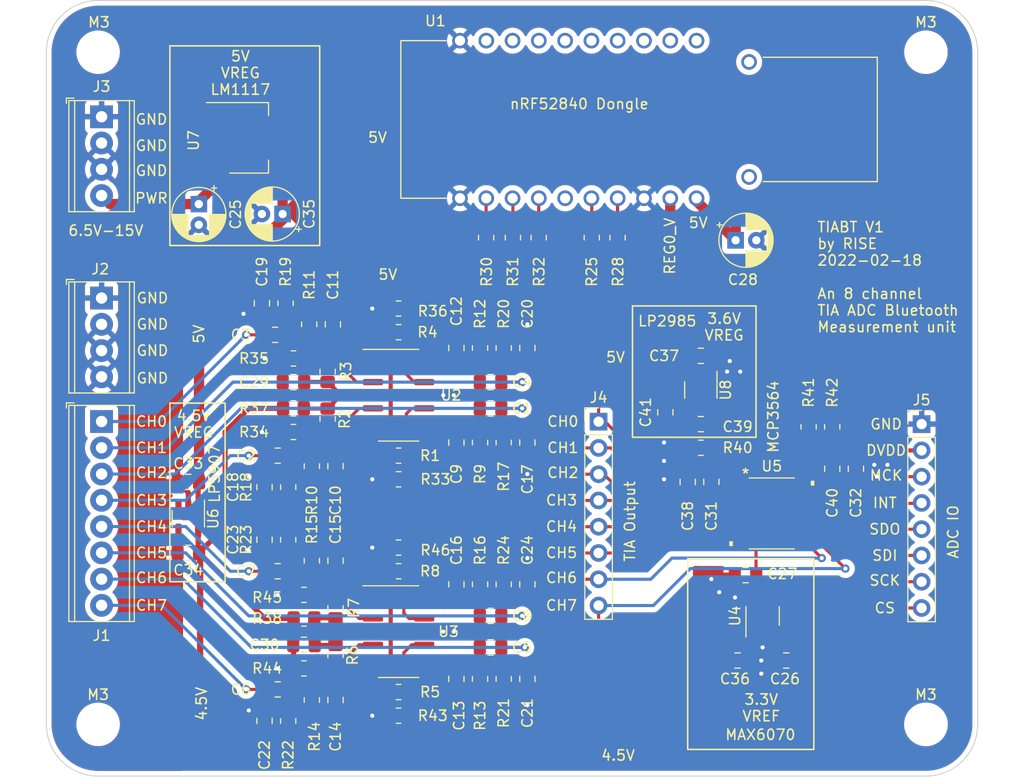
<source format=kicad_pcb>
(kicad_pcb (version 20211014) (generator pcbnew)
  (layers (0 "F.Cu" signal) (31 "B.Cu" signal) (34 "B.Paste" user) (35 "F.Paste" user) (36 "B.SilkS" user "B.Silkscreen") (37 "F.SilkS" user "F.Silkscreen") (38 "B.Mask" user) (39 "F.Mask" user) (44 "Edge.Cuts" user))
  (net 0 "")
  (net 1 "/CH0")
  (net 2 "Net-(C1-Pad2)")
  (net 3 "/CH1")
  (net 4 "Net-(C10-Pad1)")
  (net 5 "/CH2")
  (net 6 "Net-(C11-Pad1)")
  (net 7 "/CH3")
  (net 8 "Net-(C12-Pad1)")
  (net 9 "/CH4")
  (net 10 "Net-(C13-Pad1)")
  (net 11 "/CH5")
  (net 12 "Net-(C14-Pad1)")
  (net 13 "/CH6")
  (net 14 "Net-(C15-Pad1)")
  (net 15 "/CH7")
  (net 16 "Net-(C16-Pad1)")
  (net 17 "Net-(C9-Pad2)")
  (net 18 "Net-(C10-Pad2)")
  (net 19 "Net-(C11-Pad2)")
  (net 20 "Net-(C12-Pad2)")
  (net 21 "Net-(C13-Pad2)")
  (net 22 "Net-(C14-Pad2)")
  (net 23 "Net-(C15-Pad2)")
  (net 24 "Net-(C16-Pad2)")
  (net 25 "GND")
  (net 26 "/ADC_CH1")
  (net 27 "/ADC_CH2")
  (net 28 "/ADC_CH3")
  (net 29 "/ADC_CH4")
  (net 30 "/ADC_CH5")
  (net 31 "/ADC_CH6")
  (net 32 "/ADC_CH7")
  (net 33 "ADC_VREF+")
  (net 36 "TIA0_V")
  (net 44 "Net-(R28-Pad1)")
  (net 45 "ADC_INT")
  (net 48 "ADC_SDO")
  (net 49 "Net-(R32-Pad1)")
  (net 50 "ADC_SDI")
  (net 51 "Net-(R31-Pad1)")
  (net 52 "ADC_SCK")
  (net 53 "ADC_CS")
  (net 54 "TIA1_V")
  (net 55 "ADC_AVDD")
  (net 56 "ADC_DVDD")
  (net 57 "ADC_MCK")
  (net 58 "Net-(R25-Pad1)")
  (net 59 "Net-(C39-Pad1)")
  (net 60 "/ADC_CH0")
  (net 61 "Net-(R1-Pad2)")
  (net 62 "Net-(R2-Pad2)")
  (net 63 "Net-(R3-Pad2)")
  (net 64 "Net-(R36-Pad1)")
  (net 65 "Net-(R43-Pad1)")
  (net 66 "Net-(R44-Pad1)")
  (net 67 "Net-(R45-Pad1)")
  (net 68 "Net-(R46-Pad1)")
  (net 69 "NRF_REG0_V")
  (net 71 "Net-(R30-Pad1)")
  (net 72 "PWR_MAX15V")
  (net 73 "+5V")
  (net 74 "TIA_4.5V")
  (net 76 "Net-(C41-Pad1)")
  (net 77 "Net-(C36-Pad1)")
  (footprint "Resistor_SMD:R_0805_2012Metric_Pad1.20x1.40mm_HandSolder" (layer "F.Cu") (at 121.412 147.32)
    (fp_text reference "R38")
    (fp_text value "10")
  )
  (footprint "Resistor_SMD:R_0805_2012Metric_Pad1.20x1.40mm_HandSolder" (layer "F.Cu") (at 124.46 146.304 90)
    (fp_text reference "R7")
    (fp_text value "10k")
  )
  (footprint "Resistor_SMD:R_0805_2012Metric_Pad1.20x1.40mm_HandSolder" (layer "F.Cu") (at 119.888 157.226 90)
    (fp_text reference "R22")
    (fp_text value "3k")
  )
  (footprint "Resistor_SMD:R_0805_2012Metric_Pad1.20x1.40mm_HandSolder" (layer "F.Cu") (at 138.43 121.158 90)
    (fp_text reference "R12")
    (fp_text value "1M")
  )
  (footprint "Capacitor_THT:CP_Radial_D5.0mm_P2.00mm" (layer "F.Cu") (at 163.128888 110.744)
    (fp_text reference "C28")
    (fp_text value "C_Polarized")
  )
  (footprint "Capacitor_SMD:C_0805_2012Metric_Pad1.18x1.45mm_HandSolder" (layer "F.Cu") (at 163.322 151.384)
    (fp_text reference "C36")
    (fp_text value "0.1µF")
  )
  (footprint "Package_SO:SOIC-14_3.9x8.7mm_P1.27mm" (layer "F.Cu") (at 130.556 125.73)
    (fp_text reference "U2")
    (fp_text value "MCP6034")
  )
  (footprint "Resistor_SMD:R_0805_2012Metric_Pad1.20x1.40mm_HandSolder" (layer "F.Cu") (at 119.888 134.62 90)
    (fp_text reference "R18")
    (fp_text value "3k")
  )
  (footprint "Capacitor_SMD:C_0805_2012Metric_Pad1.18x1.45mm_HandSolder" (layer "F.Cu") (at 143.002 121.158 90)
    (fp_text reference "C20")
    (fp_text value "C")
  )
  (footprint "Resistor_SMD:R_0805_2012Metric_Pad1.20x1.40mm_HandSolder" (layer "F.Cu") (at 122.174 132.588 -90)
    (fp_text reference "R10")
    (fp_text value "1M")
  )
  (footprint "Capacitor_SMD:C_0805_2012Metric_Pad1.18x1.45mm_HandSolder" (layer "F.Cu") (at 118.872 154.178)
    (fp_text reference "C6")
    (fp_text value "10pF")
  )
  (footprint "Capacitor_SMD:C_0805_2012Metric_Pad1.18x1.45mm_HandSolder" (layer "F.Cu") (at 136.144 121.171 90)
    (fp_text reference "C12")
    (fp_text value "10pF")
  )
  (footprint "Capacitor_SMD:C_0805_2012Metric_Pad1.18x1.45mm_HandSolder" (layer "F.Cu") (at 159.766 121.92)
    (fp_text reference "C37")
    (fp_text value "1uF")
  )
  (footprint "Capacitor_SMD:C_0805_2012Metric_Pad1.18x1.45mm_HandSolder" (layer "F.Cu") (at 136.144 153.162 -90)
    (fp_text reference "C13")
    (fp_text value "10pF")
  )
  (footprint "Capacitor_SMD:C_0805_2012Metric_Pad1.18x1.45mm_HandSolder" (layer "F.Cu") (at 110.236 134.112 180)
    (fp_text reference "C33")
    (fp_text value "1uF")
  )
  (footprint "Resistor_SMD:R_0805_2012Metric_Pad1.20x1.40mm_HandSolder" (layer "F.Cu") (at 122.174 141.732 90)
    (fp_text reference "R15")
    (fp_text value "1M")
  )
  (footprint "Resistor_SMD:R_0805_2012Metric_Pad1.20x1.40mm_HandSolder" (layer "F.Cu") (at 140.716 144.018 90)
    (fp_text reference "R24")
    (fp_text value "3k")
  )
  (footprint "Resistor_SMD:R_0805_2012Metric_Pad1.20x1.40mm_HandSolder" (layer "F.Cu") (at 121.92 118.872 90)
    (fp_text reference "R11")
    (fp_text value "1M")
  )
  (footprint "Capacitor_SMD:C_0805_2012Metric_Pad1.18x1.45mm_HandSolder" (layer "F.Cu") (at 160.782 134.112 -90)
    (fp_text reference "C31")
    (fp_text value "0.1µF")
  )
  (footprint "Resistor_SMD:R_0805_2012Metric_Pad1.20x1.40mm_HandSolder" (layer "F.Cu") (at 170.18 128.778 90)
    (fp_text reference "R41")
    (fp_text value "10k")
  )
  (footprint "Capacitor_SMD:C_0805_2012Metric_Pad1.18x1.45mm_HandSolder" (layer "F.Cu") (at 124.46 132.588 -90)
    (fp_text reference "C10")
    (fp_text value "10pF")
  )
  (footprint "Resistor_SMD:R_0805_2012Metric_Pad1.20x1.40mm_HandSolder" (layer "F.Cu") (at 119.888 139.7 -90)
    (fp_text reference "R23")
    (fp_text value "3k")
  )
  (footprint "Capacitor_SMD:C_0805_2012Metric_Pad1.18x1.45mm_HandSolder" (layer "F.Cu") (at 124.46 141.732 90)
    (fp_text reference "C15")
    (fp_text value "10pF")
  )
  (footprint "Capacitor_SMD:C_0805_2012Metric_Pad1.18x1.45mm_HandSolder" (layer "F.Cu") (at 118.872 131.572)
    (fp_text reference "C2")
    (fp_text value "10pF")
  )
  (footprint "Resistor_SMD:R_0805_2012Metric_Pad1.20x1.40mm_HandSolder" (layer "F.Cu") (at 130.556 119.634)
    (fp_text reference "R4")
    (fp_text value "10k")
  )
  (footprint "Resistor_SMD:R_0805_2012Metric_Pad1.20x1.40mm_HandSolder" (layer "F.Cu") (at 123.698 123.444 90)
    (fp_text reference "R3")
    (fp_text value "10k")
  )
  (footprint "Resistor_SMD:R_0805_2012Metric_Pad1.20x1.40mm_HandSolder" (layer "F.Cu") (at 138.43 153.162 -90)
    (fp_text reference "R13")
    (fp_text value "1M")
  )
  (footprint "Capacitor_SMD:C_0805_2012Metric_Pad1.18x1.45mm_HandSolder" (layer "F.Cu") (at 156.337 127.381 -90)
    (fp_text reference "C41")
    (fp_text value "10nF")
  )
  (footprint "Resistor_SMD:R_0805_2012Metric_Pad1.20x1.40mm_HandSolder" (layer "F.Cu") (at 159.766 130.81)
    (fp_text reference "R40")
    (fp_text value "10")
  )
  (footprint "Resistor_SMD:R_0805_2012Metric_Pad1.20x1.40mm_HandSolder" (layer "F.Cu") (at 151.716 110.49 -90)
    (fp_text reference "R28")
    (fp_text value "100")
  )
  (footprint "Resistor_SMD:R_0805_2012Metric_Pad1.20x1.40mm_HandSolder" (layer "F.Cu") (at 149.225 110.49 -90)
    (fp_text reference "R25")
    (fp_text value "100")
  )
  (footprint "Capacitor_SMD:C_0805_2012Metric_Pad1.18x1.45mm_HandSolder" (layer "F.Cu") (at 118.618 119.888)
    (fp_text reference "C3")
    (fp_text value "10pF")
  )
  (footprint "Resistor_SMD:R_0805_2012Metric_Pad1.20x1.40mm_HandSolder" (layer "F.Cu") (at 124.46 150.876 -90)
    (fp_text reference "R6")
    (fp_text value "10k")
  )
  (footprint "Capacitor_THT:CP_Radial_D5.0mm_P2.00mm" (layer "F.Cu") (at 111.252 107.248888 -90)
    (fp_text reference "C25")
    (fp_text value "C_Polarized")
  )
  (footprint "Resistor_SMD:R_0805_2012Metric_Pad1.20x1.40mm_HandSolder" (layer "F.Cu") (at 140.716 153.162 -90)
    (fp_text reference "R21")
    (fp_text value "3k")
  )
  (footprint "Resistor_SMD:R_0805_2012Metric_Pad1.20x1.40mm_HandSolder" (layer "F.Cu") (at 130.556 156.718 180)
    (fp_text reference "R43")
    (fp_text value "10k")
  )
  (footprint "Package_TO_SOT_SMD:SOT-223-3_TabPin2" (layer "F.Cu") (at 116.078 100.838)
    (fp_text reference "U7")
    (fp_text value "LM1117-5.0")
  )
  (footprint "Capacitor_SMD:C_0805_2012Metric_Pad1.18x1.45mm_HandSolder" (layer "F.Cu") (at 139.446 147.066 180)
    (fp_text reference "C8")
    (fp_text value "10pF")
  )
  (footprint "Capacitor_SMD:C_0805_2012Metric_Pad1.18x1.45mm_HandSolder" (layer "F.Cu") (at 158.496 134.112 -90)
    (fp_text reference "C38")
    (fp_text value "0.1µF")
  )
  (footprint "Connector_PinHeader_2.54mm:PinHeader_1x08_P2.54mm_Vertical" (layer "F.Cu") (at 181.102 128.524)
    (fp_text reference "J5")
    (fp_text value "Conn_01x08_Male")
  )
  (footprint "Resistor_SMD:R_0805_2012Metric_Pad1.20x1.40mm_HandSolder" (layer "F.Cu") (at 121.412 152.146 180)
    (fp_text reference "R44")
    (fp_text value "10k")
  )
  (footprint "Capacitor_SMD:C_0805_2012Metric_Pad1.18x1.45mm_HandSolder" (layer "F.Cu") (at 143.002 153.162 -90)
    (fp_text reference "C21")
    (fp_text value "C")
  )
  (footprint "MountingHole:MountingHole_3.2mm_M3" (layer "F.Cu") (at 181.52 157.56)
    (fp_text reference "M3")
    (fp_text value "MountingHole_3.2mm_M3")
  )
  (footprint "Package_TO_SOT_SMD:SOT-23-5" (layer "F.Cu") (at 110.236 137.668 -90)
    (fp_text reference "U6")
    (fp_text value "LP5907MFX-4.5")
  )
  (footprint "Package_TO_SOT_SMD:SOT-23-5" (layer "F.Cu") (at 159.766 125.222 -90)
    (fp_text reference "U8")
    (fp_text value "LP2985-3.6")
  )
  (footprint "Capacitor_SMD:C_0805_2012Metric_Pad1.18x1.45mm_HandSolder" (layer "F.Cu") (at 120.396 124.46 180)
    (fp_text reference "C29")
    (fp_text value "C")
  )
  (footprint "Resistor_SMD:R_0805_2012Metric_Pad1.20x1.40mm_HandSolder" (layer "F.Cu") (at 122.174 155.194 -90)
    (fp_text reference "R14")
    (fp_text value "1M")
  )
  (footprint "Capacitor_SMD:C_0805_2012Metric_Pad1.18x1.45mm_HandSolder" (layer "F.Cu") (at 110.236 140.97 180)
    (fp_text reference "C34")
    (fp_text value "1uF")
  )
  (footprint "Resistor_SMD:R_0805_2012Metric_Pad1.20x1.40mm_HandSolder" (layer "F.Cu") (at 120.396 129.286 180)
    (fp_text reference "R34")
    (fp_text value "10k")
  )
  (footprint "Resistor_SMD:R_0805_2012Metric_Pad1.20x1.40mm_HandSolder" (layer "F.Cu") (at 138.43 144.018 90)
    (fp_text reference "R16")
    (fp_text value "1M")
  )
  (footprint "Resistor_SMD:R_0805_2012Metric_Pad1.20x1.40mm_HandSolder" (layer "F.Cu") (at 130.556 117.348 180)
    (fp_text reference "R36")
    (fp_text value "10k")
  )
  (footprint "Capacitor_SMD:C_0805_2012Metric_Pad1.18x1.45mm_HandSolder" (layer "F.Cu") (at 136.144 144.018 90)
    (fp_text reference "C16")
    (fp_text value "10pF")
  )
  (footprint "Capacitor_SMD:C_0805_2012Metric_Pad1.18x1.45mm_HandSolder" (layer "F.Cu") (at 117.602 139.7 -90)
    (fp_text reference "C23")
    (fp_text value "C")
  )
  (footprint "MountingHole:MountingHole_3.2mm_M3" (layer "F.Cu") (at 181.52 92.56)
    (fp_text reference "M3")
    (fp_text value "MountingHole_3.2mm_M3")
  )
  (footprint "Resistor_SMD:R_0805_2012Metric_Pad1.20x1.40mm_HandSolder" (layer "F.Cu") (at 123.698 128.016 -90)
    (fp_text reference "R2")
    (fp_text value "10k")
  )
  (footprint "Resistor_SMD:R_0805_2012Metric_Pad1.20x1.40mm_HandSolder" (layer "F.Cu") (at 120.396 127)
    (fp_text reference "R37")
    (fp_text value "10")
  )
  (footprint "Capacitor_SMD:C_0805_2012Metric_Pad1.18x1.45mm_HandSolder" (layer "F.Cu") (at 124.206 118.872 90)
    (fp_text reference "C11")
    (fp_text value "10pF")
  )
  (footprint "Capacitor_SMD:C_0805_2012Metric_Pad1.18x1.45mm_HandSolder" (layer "F.Cu") (at 143.002 130.302 -90)
    (fp_text reference "C17")
    (fp_text value "C")
  )
  (footprint "Resistor_SMD:R_0805_2012Metric_Pad1.20x1.40mm_HandSolder" (layer "F.Cu") (at 130.556 154.432)
    (fp_text reference "R5")
    (fp_text value "10k")
  )
  (footprint "Resistor_SMD:R_0805_2012Metric_Pad1.20x1.40mm_HandSolder" (layer "F.Cu") (at 139.016 110.49 -90)
    (fp_text reference "R30")
    (fp_text value "100")
  )
  (footprint "Resistor_SMD:R_0805_2012Metric_Pad1.20x1.40mm_HandSolder" (layer "F.Cu") (at 130.556 140.462 180)
    (fp_text reference "R46")
    (fp_text value "10k")
  )
  (footprint "TerminalBlock_Phoenix:TerminalBlock_Phoenix_MPT-0,5-4-2.54_1x04_P2.54mm_Horizontal" (layer "F.Cu") (at 101.854 116.332 -90)
    (fp_text reference "J2")
    (fp_text value "Screw_Terminal_01x04")
  )
  (footprint "Capacitor_SMD:C_0805_2012Metric_Pad1.18x1.45mm_HandSolder" (layer "F.Cu") (at 117.602 134.62 90)
    (fp_text reference "C18")
    (fp_text value "C")
  )
  (footprint "MountingHole:MountingHole_3.2mm_M3" (layer "F.Cu") (at 101.52 92.56)
    (fp_text reference "M3")
    (fp_text value "MountingHole_3.2mm_M3")
  )
  (footprint "Capacitor_SMD:C_0805_2012Metric_Pad1.18x1.45mm_HandSolder" (layer "F.Cu") (at 121.412 149.86 180)
    (fp_text reference "C30")
    (fp_text value "C")
  )
  (footprint "Resistor_SMD:R_0805_2012Metric_Pad1.20x1.40mm_HandSolder" (layer "F.Cu") (at 130.556 133.858 180)
    (fp_text reference "R33")
    (fp_text value "10k")
  )
  (footprint "Library:MCP3564" (layer "F.Cu") (at 166.624 137.16)
    (fp_text reference "U5")
    (fp_text value "MCP3564")
  )
  (footprint "Capacitor_SMD:C_0805_2012Metric_Pad1.18x1.45mm_HandSolder" (layer "F.Cu") (at 117.602 157.226 90)
    (fp_text reference "C22")
    (fp_text value "C")
  )
  (footprint "Capacitor_SMD:C_0805_2012Metric_Pad1.18x1.45mm_HandSolder" (layer "F.Cu") (at 118.872 142.748)
    (fp_text reference "C7")
    (fp_text value "10pF")
  )
  (footprint "TerminalBlock_Phoenix:TerminalBlock_Phoenix_MPT-0,5-8-2.54_1x08_P2.54mm_Horizontal" (layer "F.Cu") (at 101.854 128.27 -90)
    (fp_text reference "J1")
    (fp_text value "Screw_Terminal_01x08")
  )
  (footprint "Capacitor_THT:CP_Radial_D5.0mm_P2.00mm" (layer "F.Cu") (at 119.348 108.204 180)
    (fp_text reference "C35")
    (fp_text value "C_Polarized")
  )
  (footprint "Resistor_SMD:R_0805_2012Metric_Pad1.20x1.40mm_HandSolder" (layer "F.Cu") (at 141.605 110.49 -90)
    (fp_text reference "R31")
    (fp_text value "100")
  )
  (footprint "Capacitor_SMD:C_0805_2012Metric_Pad1.18x1.45mm_HandSolder" (layer "F.Cu") (at 159.766 128.524 180)
    (fp_text reference "C39")
    (fp_text value "2.2uF")
  )
  (footprint "Resistor_SMD:R_0805_2012Metric_Pad1.20x1.40mm_HandSolder" (layer "F.Cu") (at 172.466 128.778 90)
    (fp_text reference "R42")
    (fp_text value "10")
  )
  (footprint "Capacitor_SMD:C_0805_2012Metric_Pad1.18x1.45mm_HandSolder" (layer "F.Cu") (at 139.446 124.46 180)
    (fp_text reference "C4")
    (fp_text value "10pF")
  )
  (footprint "Resistor_SMD:R_0805_2012Metric_Pad1.20x1.40mm_HandSolder" (layer "F.Cu") (at 130.556 142.748)
    (fp_text reference "R8")
    (fp_text value "10k")
  )
  (footprint "MountingHole:MountingHole_3.2mm_M3" (layer "F.Cu") (at 101.52 157.56)
    (fp_text reference "M3")
    (fp_text value "MountingHole_3.2mm_M3")
  )
  (footprint "Capacitor_SMD:C_0805_2012Metric_Pad1.18x1.45mm_HandSolder" (layer "F.Cu") (at 172.466 132.842 -90)
    (fp_text reference "C40")
    (fp_text value "0.1uF")
  )
  (footprint "Capacitor_SMD:C_0805_2012Metric_Pad1.18x1.45mm_HandSolder" (layer "F.Cu") (at 139.446 150.114 180)
    (fp_text reference "C5")
    (fp_text value "10pF")
  )
  (footprint "Capacitor_SMD:C_0805_2012Metric_Pad1.18x1.45mm_HandSolder" (layer "F.Cu") (at 136.144 130.302 -90)
    (fp_text reference "C9")
    (fp_text value "10pF")
  )
  (footprint "Package_TO_SOT_SMD:SOT-23-6_Handsoldering" (layer "F.Cu") (at 165.735 147.066 90)
    (fp_text reference "U4")
    (fp_text value "MAX6070")
  )
  (footprint "Resistor_SMD:R_0805_2012Metric_Pad1.20x1.40mm_HandSolder" (layer "F.Cu") (at 119.634 116.84 -90)
    (fp_text reference "R19")
    (fp_text value "3k")
  )
  (footprint "Connector_PinHeader_2.54mm:PinHeader_1x08_P2.54mm_Vertical" (layer "F.Cu") (at 149.885 128.285)
    (fp_text reference "J4")
    (fp_text value "Conn_01x08_Female")
  )
  (footprint "Library:MODULE_NRF52840-DONGLE" (layer "F.Cu") (at 153.797 99.06)
    (fp_text reference "U1")
    (fp_text value "NRF52840-DONGLE")
  )
  (footprint "Capacitor_SMD:C_0805_2012Metric_Pad1.18x1.45mm_HandSolder" (layer "F.Cu") (at 174.752 132.842 -90)
    (fp_text reference "C32")
    (fp_text value "0.1µF")
  )
  (footprint "Capacitor_SMD:C_0805_2012Metric_Pad1.18x1.45mm_HandSolder" (layer "F.Cu") (at 139.446 127 180)
    (fp_text reference "C1")
    (fp_text value "10pF")
  )
  (footprint "Capacitor_SMD:C_0805_2012Metric_Pad1.18x1.45mm_HandSolder" (layer "F.Cu") (at 143.002 144.018 90)
    (fp_text reference "C24")
    (fp_text value "C")
  )
  (footprint "Capacitor_SMD:C_0805_2012Metric_Pad1.18x1.45mm_HandSolder" (layer "F.Cu") (at 168.021 151.384 180)
    (fp_text reference "C26")
    (fp_text value "0.1µF")
  )
  (footprint "Resistor_SMD:R_0805_2012Metric_Pad1.20x1.40mm_HandSolder" (layer "F.Cu") (at 121.412 145.034 180)
    (fp_text reference "R45")
    (fp_text value "10k")
  )
  (footprint "TerminalBlock_Phoenix:TerminalBlock_Phoenix_MPT-0,5-4-2.54_1x04_P2.54mm_Horizontal" (layer "F.Cu") (at 101.854 98.801 -90)
    (fp_text reference "J3")
    (fp_text value "Screw_Terminal_01x04")
  )
  (footprint "Resistor_SMD:R_0805_2012Metric_Pad1.20x1.40mm_HandSolder" (layer "F.Cu") (at 130.556 131.572)
    (fp_text reference "R1")
    (fp_text value "10k")
  )
  (footprint "Resistor_SMD:R_0805_2012Metric_Pad1.20x1.40mm_HandSolder" (layer "F.Cu") (at 138.43 130.302 -90)
    (fp_text reference "R9")
    (fp_text value "1M")
  )
  (footprint "Resistor_SMD:R_0805_2012Metric_Pad1.20x1.40mm_HandSolder" (layer "F.Cu") (at 120.396 122.174 180)
    (fp_text reference "R35")
    (fp_text value "10k")
  )
  (footprint "Capacitor_SMD:C_0805_2012Metric_Pad1.18x1.45mm_HandSolder" (layer "F.Cu") (at 164.084 143.129 180)
    (fp_text reference "C27")
    (fp_text value "0.1µF")
  )
  (footprint "Resistor_SMD:R_0805_2012Metric_Pad1.20x1.40mm_HandSolder" (layer "F.Cu") (at 144.096 110.49 -90)
    (fp_text reference "R32")
    (fp_text value "100")
  )
  (footprint "Package_SO:SOIC-14_3.9x8.7mm_P1.27mm" (layer "F.Cu") (at 130.556 148.59)
    (fp_text reference "U3")
    (fp_text value "MCP6034")
  )
  (footprint "Capacitor_SMD:C_0805_2012Metric_Pad1.18x1.45mm_HandSolder" (layer "F.Cu") (at 124.46 155.194 -90)
    (fp_text reference "C14")
    (fp_text value "10pF")
  )
  (footprint "Resistor_SMD:R_0805_2012Metric_Pad1.20x1.40mm_HandSolder" (layer "F.Cu") (at 140.716 121.158 90)
    (fp_text reference "R20")
    (fp_text value "3k")
  )
  (footprint "Resistor_SMD:R_0805_2012Metric_Pad1.20x1.40mm_HandSolder" (layer "F.Cu") (at 140.716 130.302 -90)
    (fp_text reference "R17")
    (fp_text value "3k")
  )
  (footprint "Capacitor_SMD:C_0805_2012Metric_Pad1.18x1.45mm_HandSolder" (layer "F.Cu") (at 117.348 116.84 -90)
    (fp_text reference "C19")
    (fp_text value "C")
  )
  (gr_rect (start 158.496 141.545) (end 170.688 159.98) (layer "F.SilkS") (width 0.15) (fill none))
  (gr_rect (start 108.458 126.492) (end 113.792 143.764) (layer "F.SilkS") (width 0.15) (fill none))
  (gr_rect (start 122.936 111.252) (end 108.458 91.948) (layer "F.SilkS") (width 0.15) (fill none))
  (gr_rect (start 165.1 129.794) (end 153.162 117.094) (layer "F.SilkS") (width 0.15) (fill none))
  (gr_line (start 101.52 162.56) (end 181.52 162.56) (layer "Edge.Cuts") (width 0.1))
  (gr_arc (start 181.52 87.56) (mid 185.055534 89.024466) (end 186.52 92.56) (layer "Edge.Cuts") (width 0.1))
  (gr_arc (start 96.52 92.56) (mid 97.984466 89.024466) (end 101.52 87.56) (layer "Edge.Cuts") (width 0.1))
  (gr_line (start 181.52 87.56) (end 101.52 87.56) (layer "Edge.Cuts") (width 0.1))
  (gr_arc (start 186.52 157.56) (mid 185.055534 161.095534) (end 181.52 162.56) (layer "Edge.Cuts") (width 0.1))
  (gr_arc (start 101.52 162.56) (mid 97.984466 161.095534) (end 96.52 157.56) (layer "Edge.Cuts") (width 0.1))
  (gr_line (start 186.52 157.56) (end 186.52 92.56) (layer "Edge.Cuts") (width 0.1))
  (gr_line (start 96.52 92.56) (end 96.52 157.56) (layer "Edge.Cuts") (width 0.1))
  (gr_text "TIABT V1\nby RISE\n2022-02-18\n\nAn 8 channel \nTIA ADC Bluetooth\nMeasurement unit" (at 170.942 114.3) (layer "F.SilkS") (effects (font (size 1 1)) (justify left)))
  (gr_text "TIA Output" (at 152.908 137.922 90) (layer "F.SilkS") (effects (font (size 1 1))))
  (gr_text "5V\nVREG\nLM1117" (at 115.27 94.56) (layer "F.SilkS") (effects (font (size 1 1))))
  (gr_text "3.6V\nVREG" (at 162.02 119.126) (layer "F.SilkS") (effects (font (size 1 1))))
  (gr_text "GND" (at 106.68 104.013) (layer "F.SilkS") (effects (font (size 1 1))))
  (gr_text "CH7" (at 106.68 146.05) (layer "F.SilkS") (effects (font (size 1 1))))
  (gr_text "GND" (at 106.77 118.872) (layer "F.SilkS") (effects (font (size 1 1))))
  (gr_text "4.5V" (at 111.52 155.56 90) (layer "F.SilkS") (effects (font (size 1 1))))
  (gr_text "5V" (at 129.52 114.06) (layer "F.SilkS") (effects (font (size 1 1))))
  (gr_text "SDI" (at 177.546 141.224) (layer "F.SilkS") (effects (font (size 1 1))))
  (gr_text "CH1" (at 106.68 130.81) (layer "F.SilkS") (effects (font (size 1 1))))
  (gr_text "CH0" (at 106.68 128.27) (layer "F.SilkS") (effects (font (size 1 1))))
  (gr_text "LP5907" (at 112.77 133.31 90) (layer "F.SilkS") (effects (font (size 1 1))))
  (gr_text "LP2985" (at 156.52 118.56) (layer "F.SilkS") (effects (font (size 1 1))))
  (gr_text "GND" (at 106.77 116.332) (layer "F.SilkS") (effects (font (size 1 1))))
  (gr_text "3.3V\nVREF" (at 165.608 155.956) (layer "F.SilkS") (effects (font (size 1 1))))
  (gr_text "4.5V\nVREG" (at 110.744 128.524) (layer "F.SilkS") (effects (font (size 1 1))))
  (gr_text "5V" (at 151.52 122.06) (layer "F.SilkS") (effects (font (size 1 1))))
  (gr_text "SCK" (at 177.546 143.637) (layer "F.SilkS") (effects (font (size 1 1))))
  (gr_text "CS" (at 177.546 146.304) (layer "F.SilkS") (effects (font (size 1 1))))
  (gr_text "CH6" (at 106.68 143.383) (layer "F.SilkS") (effects (font (size 1 1))))
  (gr_text "CH2" (at 106.68 133.223) (layer "F.SilkS") (effects (font (size 1 1))))
  (gr_text "CH5" (at 106.68 140.97) (layer "F.SilkS") (effects (font (size 1 1))))
  (gr_text "GND" (at 106.77 121.412) (layer "F.SilkS") (effects (font (size 1 1))))
  (gr_text "CH4" (at 106.68 138.43) (layer "F.SilkS") (effects (font (size 1 1))))
  (gr_text "DVDD" (at 177.673 131.064) (layer "F.SilkS") (effects (font (size 1 1))))
  (gr_text "CH3" (at 106.68 135.89) (layer "F.SilkS") (effects (font (size 1 1))))
  (gr_text "4.5V" (at 151.77 160.56) (layer "F.SilkS") (effects (font (size 1 1))))
  (gr_text "5V" (at 128.52 100.81) (layer "F.SilkS") (effects (font (size 1 1))))
  (gr_text "GND" (at 106.68 99.06) (layer "F.SilkS") (effects (font (size 1 1))))
  (gr_text "CH7" (at 146.304 146.05) (layer "F.SilkS") (effects (font (size 1 1))))
  (gr_text "MCP3564" (at 166.77 127.81 90) (layer "F.SilkS") (effects (font (size 1 1))))
  (gr_text "SDO" (at 177.546 138.684) (layer "F.SilkS") (effects (font (size 1 1))))
  (gr_text "GND" (at 106.68 101.6) (layer "F.SilkS") (effects (font (size 1 1))))
  (gr_text "GND" (at 177.673 128.524) (layer "F.SilkS") (effects (font (size 1 1))))
  (gr_text "CH0" (at 146.431 128.27) (layer "F.SilkS") (effects (font (size 1 1))))
  (gr_text "CH5" (at 146.304 140.97) (layer "F.SilkS") (effects (font (size 1 1))))
  (gr_text "MCK" (at 177.673 133.477) (layer "F.SilkS") (effects (font (size 1 1))))
  (gr_text "5V" (at 159.52 109.06) (layer "F.SilkS") (effects (font (size 1 1))))
  (gr_text "5V" (at 111.27 119.81 90) (layer "F.SilkS") (effects (font (size 1 1))))
  (gr_text "INT" (at 177.546 136.144) (layer "F.SilkS") (effects (font (size 1 1))))
  (gr_text "CH3" (at 146.304 135.89) (layer "F.SilkS") (effects (font (size 1 1))))
  (gr_text "CH4" (at 146.304 138.43) (layer "F.SilkS") (effects (font (size 1 1))))
  (gr_text "MAX6070" (at 165.52 158.56) (layer "F.SilkS") (effects (font (size 1 1))))
  (gr_text "REG0_V" (at 156.77 111.31 90) (layer "F.SilkS") (effects (font (size 1 1))))
  (gr_text "CH6" (at 146.304 143.383) (layer "F.SilkS") (effects (font (size 1 1))))
  (gr_text "CH2" (at 146.431 133.223) (layer "F.SilkS") (effects (font (size 1 1))))
  (gr_text "6.5V-15V" (at 102.27 109.81) (layer "F.SilkS") (effects (font (size 1 1))))
  (gr_text "CH1" (at 146.431 130.81) (layer "F.SilkS") (effects (font (size 1 1))))
  (gr_text "nRF52840 Dongle" (at 148.02 97.56) (layer "F.SilkS") (effects (font (size 1 1))))
  (gr_text "GND" (at 106.77 124.079) (layer "F.SilkS") (effects (font (size 1 1))))
  (gr_text "PWR" (at 106.68 106.68) (layer "F.SilkS") (effects (font (size 1 1))))
  (gr_text "ADC IO" (at 184.15 138.938 90) (layer "F.SilkS") (effects (font (size 1 1))))
  (segment (start 117.5805 119.888) (end 115.824 119.888) (width 0.3) (layer "F.Cu") (net 1))
  (via (at 115.824 119.888) (size 0.8) (drill 0.4) (layers "F.Cu" "B.Cu") (net 1))
  (segment (start 107.442 128.27) (end 101.854 128.27) (width 0.3) (layer "B.Cu") (net 1))
  (segment (start 115.824 119.888) (end 107.442 128.27) (width 0.3) (layer "B.Cu") (net 1))
  (segment (start 135.1495 128.27) (end 136.144 129.2645) (width 0.3) (layer "F.Cu") (net 2))
  (segment (start 138.43 129.302) (end 138.43 127.0215) (width 0.3) (layer "F.Cu") (net 2))
  (segment (start 138.43 129.302) (end 136.1815 129.302) (width 0.3) (layer "F.Cu") (net 2))
  (segment (start 133.031 128.27) (end 135.1495 128.27) (width 0.3) (layer "F.Cu") (net 2))
  (segment (start 136.1815 129.302) (end 136.144 129.2645) (width 0.3) (layer "F.Cu") (net 2))
  (segment (start 138.43 127.0215) (end 138.4085 127) (width 0.3) (layer "F.Cu") (net 2))
  (segment (start 140.4835 124.46) (end 142.494 124.46) (width 0.3) (layer "F.Cu") (net 3))
  (via (at 142.494 124.46) (size 0.8) (drill 0.4) (layers "F.Cu" "B.Cu") (net 3))
  (segment (start 114.554 124.46) (end 108.204 130.81) (width 0.3) (layer "B.Cu") (net 3))
  (segment (start 142.494 124.46) (end 114.554 124.46) (width 0.3) (layer "B.Cu") (net 3))
  (segment (start 108.204 130.81) (end 101.854 130.81) (width 0.3) (layer "B.Cu") (net 3))
  (segment (start 122.174 131.588) (end 119.9255 131.588) (width 0.3) (layer "F.Cu") (net 4))
  (segment (start 125.73 130.2805) (end 124.46 131.5505) (width 0.3) (layer "F.Cu") (net 4))
  (segment (start 124.46 131.5505) (end 122.2115 131.5505) (width 0.3) (layer "F.Cu") (net 4))
  (segment (start 125.73 129.286) (end 125.73 130.2805) (width 0.3) (layer "F.Cu") (net 4))
  (segment (start 119.9255 131.588) (end 119.9095 131.572) (width 0.3) (layer "F.Cu") (net 4))
  (segment (start 128.081 128.27) (end 126.746 128.27) (width 0.3) (layer "F.Cu") (net 4))
  (segment (start 126.746 128.27) (end 125.73 129.286) (width 0.3) (layer "F.Cu") (net 4))
  (segment (start 122.2115 131.5505) (end 122.174 131.588) (width 0.3) (layer "F.Cu") (net 4))
  (segment (start 140.4835 127) (end 142.494 127) (width 0.3) (layer "F.Cu") (net 5))
  (via (at 142.494 127) (size 0.8) (drill 0.4) (layers "F.Cu" "B.Cu") (net 5))
  (segment (start 115.316 127) (end 108.966 133.35) (width 0.3) (layer "B.Cu") (net 5))
  (segment (start 108.966 133.35) (end 101.854 133.35) (width 0.3) (layer "B.Cu") (net 5))
  (segment (start 142.494 127) (end 115.316 127) (width 0.3) (layer "B.Cu") (net 5))
  (segment (start 121.9575 119.9095) (end 121.92 119.872) (width 0.3) (layer "F.Cu") (net 6))
  (segment (start 128.081 123.19) (end 127 123.19) (width 0.3) (layer "F.Cu") (net 6))
  (segment (start 121.92 119.872) (end 119.6715 119.872) (width 0.3) (layer "F.Cu") (net 6))
  (segment (start 124.206 119.9095) (end 121.9575 119.9095) (width 0.3) (layer "F.Cu") (net 6))
  (segment (start 124.206 120.396) (end 124.206 119.9095) (width 0.3) (layer "F.Cu") (net 6))
  (segment (start 119.6715 119.872) (end 119.6555 119.888) (width 0.3) (layer "F.Cu") (net 6))
  (segment (start 127 123.19) (end 124.206 120.396) (width 0.3) (layer "F.Cu") (net 6))
  (segment (start 117.8345 131.572) (end 116.078 131.572) (width 0.3) (layer "F.Cu") (net 7))
  (via (at 116.078 131.572) (size 0.8) (drill 0.4) (layers "F.Cu" "B.Cu") (net 7))
  (segment (start 116.078 131.572) (end 114.3 131.572) (width 0.3) (layer "B.Cu") (net 7))
  (segment (start 114.3 131.572) (end 109.982 135.89) (width 0.3) (layer "B.Cu") (net 7))
  (segment (start 109.982 135.89) (end 101.854 135.89) (width 0.3) (layer "B.Cu") (net 7))
  (segment (start 138.3795 122.2085) (end 138.43 122.158) (width 0.3) (layer "F.Cu") (net 8))
  (segment (start 138.43 122.158) (end 138.43 124.4385) (width 0.3) (layer "F.Cu") (net 8))
  (segment (start 135.1625 123.19) (end 136.144 122.2085) (width 0.3) (layer "F.Cu") (net 8))
  (segment (start 138.43 124.4385) (end 138.4085 124.46) (width 0.3) (layer "F.Cu") (net 8))
  (segment (start 133.031 123.19) (end 135.1625 123.19) (width 0.3) (layer "F.Cu") (net 8))
  (segment (start 136.144 122.2085) (end 138.3795 122.2085) (width 0.3) (layer "F.Cu") (net 8))
  (segment (start 117.8345 142.748) (end 116.078 142.748) (width 0.3) (layer "F.Cu") (net 9))
  (via (at 116.078 142.748) (size 0.8) (drill 0.4) (layers "F.Cu" "B.Cu") (net 9))
  (segment (start 109.982 138.43) (end 101.854 138.43) (width 0.3) (layer "B.Cu") (net 9))
  (segment (start 116.078 142.748) (end 114.3 142.748) (width 0.3) (layer "B.Cu") (net 9))
  (segment (start 114.3 142.748) (end 109.982 138.43) (width 0.3) (layer "B.Cu") (net 9))
  (segment (start 138.43 152.162) (end 138.43 150.1355) (width 0.3) (layer "F.Cu") (net 10))
  (segment (start 133.031 151.13) (end 135.1495 151.13) (width 0.3) (layer "F.Cu") (net 10))
  (segment (start 138.43 150.1355) (end 138.4085 150.114) (width 0.3) (layer "F.Cu") (net 10))
  (segment (start 138.3925 152.1245) (end 138.43 152.162) (width 0.3) (layer "F.Cu") (net 10))
  (segment (start 135.1495 151.13) (end 136.144 152.1245) (width 0.3) (layer "F.Cu") (net 10))
  (segment (start 136.144 152.1245) (end 138.3925 152.1245) (width 0.3) (layer "F.Cu") (net 10))
  (segment (start 140.4835 147.066) (end 142.494 147.066) (width 0.3) (layer "F.Cu") (net 11))
  (via (at 142.494 147.066) (size 0.8) (drill 0.4) (layers "F.Cu" "B.Cu") (net 11))
  (segment (start 116.078 147.066) (end 109.982 140.97) (width 0.3) (layer "B.Cu") (net 11))
  (segment (start 109.982 140.97) (end 101.854 140.97) (width 0.3) (layer "B.Cu") (net 11))
  (segment (start 142.494 147.066) (end 116.078 147.066) (width 0.3) (layer "B.Cu") (net 11))
  (segment (start 126.238 151.638) (end 126.746 151.13) (width 0.3) (layer "F.Cu") (net 12))
  (segment (start 122.2115 154.1565) (end 122.174 154.194) (width 0.3) (layer "F.Cu") (net 12))
  (segment (start 124.46 154.1565) (end 122.2115 154.1565) (width 0.3) (layer "F.Cu") (net 12))
  (segment (start 126.746 151.13) (end 128.081 151.13) (width 0.3) (layer "F.Cu") (net 12))
  (segment (start 124.46 154.1565) (end 124.9895 154.1565) (width 0.3) (layer "F.Cu") (net 12))
  (segment (start 124.9895 154.1565) (end 126.238 152.908) (width 0.3) (layer "F.Cu") (net 12))
  (segment (start 126.238 152.908) (end 126.238 151.638) (width 0.3) (layer "F.Cu") (net 12))
  (segment (start 119.9255 154.194) (end 119.9095 154.178) (width 0.3) (layer "F.Cu") (net 12))
  (segment (start 122.174 154.194) (end 119.9255 154.194) (width 0.3) (layer "F.Cu") (net 12))
  (segment (start 140.4835 150.114) (end 142.748 150.114) (width 0.3) (layer "F.Cu") (net 13))
  (via (at 142.748 150.114) (size 0.8) (drill 0.4) (layers "F.Cu" "B.Cu") (net 13))
  (segment (start 109.728 143.51) (end 101.854 143.51) (width 0.3) (layer "B.Cu") (net 13))
  (segment (start 116.332 150.114) (end 109.728 143.51) (width 0.3) (layer "B.Cu") (net 13))
  (segment (start 142.748 150.114) (end 116.332 150.114) (width 0.3) (layer "B.Cu") (net 13))
  (segment (start 122.158 142.748) (end 122.174 142.732) (width 0.3) (layer "F.Cu") (net 14))
  (segment (start 125.984 145.034) (end 127 146.05) (width 0.3) (layer "F.Cu") (net 14))
  (segment (start 125.984 143.51) (end 125.984 145.034) (width 0.3) (layer "F.Cu") (net 14))
  (segment (start 127 146.05) (end 128.081 146.05) (width 0.3) (layer "F.Cu") (net 14))
  (segment (start 125.2435 142.7695) (end 125.984 143.51) (width 0.3) (layer "F.Cu") (net 14))
  (segment (start 119.9095 142.748) (end 122.158 142.748) (width 0.3) (layer "F.Cu") (net 14))
  (segment (start 124.46 142.7695) (end 122.2115 142.7695) (width 0.3) (layer "F.Cu") (net 14))
  (segment (start 124.46 142.7695) (end 125.2435 142.7695) (width 0.3) (layer "F.Cu") (net 14))
  (segment (start 122.2115 142.7695) (end 122.174 142.732) (width 0.3) (layer "F.Cu") (net 14))
  (segment (start 117.8345 154.178) (end 115.824 154.178) (width 0.3) (layer "F.Cu") (net 15))
  (via (at 115.824 154.178) (size 0.8) (drill 0.4) (layers "F.Cu" "B.Cu") (net 15))
  (segment (start 115.824 154.178) (end 107.696 146.05) (width 0.3) (layer "B.Cu") (net 15))
  (segment (start 107.696 146.05) (end 101.854 146.05) (width 0.3) (layer "B.Cu") (net 15))
  (segment (start 138.43 145.018) (end 138.43 147.0445) (width 0.3) (layer "F.Cu") (net 16))
  (segment (start 135.1495 146.05) (end 136.144 145.0555) (width 0.3) (layer "F.Cu") (net 16))
  (segment (start 136.144 145.0555) (end 138.3925 145.0555) (width 0.3) (layer "F.Cu") (net 16))
  (segment (start 133.031 146.05) (end 135.1495 146.05) (width 0.3) (layer "F.Cu") (net 16))
  (segment (start 138.43 147.0445) (end 138.4085 147.066) (width 0.3) (layer "F.Cu") (net 16))
  (segment (start 138.3925 145.0555) (end 138.43 145.018) (width 0.3) (layer "F.Cu") (net 16))
  (segment (start 136.144 131.3395) (end 138.3925 131.3395) (width 0.3) (layer "F.Cu") (net 17))
  (segment (start 138.3925 131.3395) (end 138.43 131.302) (width 0.3) (layer "F.Cu") (net 17))
  (segment (start 133.031 129.54) (end 134.8305 131.3395) (width 0.3) (layer "F.Cu") (net 17))
  (segment (start 134.8305 131.3395) (end 136.144 131.3395) (width 0.3) (layer "F.Cu") (net 17))
  (segment (start 138.43 131.302) (end 140.716 131.302) (width 0.3) (layer "F.Cu") (net 17))
  (segment (start 119.92 133.588) (end 119.888 133.62) (width 0.3) (layer "F.Cu") (net 18))
  (segment (start 124.46 133.6255) (end 122.2115 133.6255) (width 0.3) (layer "F.Cu") (net 18))
  (segment (start 128.081 130.999) (end 125.4545 133.6255) (width 0.3) (layer "F.Cu") (net 18))
  (segment (start 122.174 133.588) (end 119.92 133.588) (width 0.3) (layer "F.Cu") (net 18))
  (segment (start 122.2115 133.6255) (end 122.174 133.588) (width 0.3) (layer "F.Cu") (net 18))
  (segment (start 125.4545 133.6255) (end 124.46 133.6255) (width 0.3) (layer "F.Cu") (net 18))
  (segment (start 128.081 129.54) (end 128.081 130.999) (width 0.3) (layer "F.Cu") (net 18))
  (segment (start 125.7085 117.8345) (end 124.206 117.8345) (width 0.3) (layer "F.Cu") (net 19))
  (segment (start 121.9575 117.8345) (end 121.92 117.872) (width 0.3) (layer "F.Cu") (net 19))
  (segment (start 128.081 121.92) (end 128.081 120.207) (width 0.3) (layer "F.Cu") (net 19))
  (segment (start 119.666 117.872) (end 119.634 117.84) (width 0.3) (layer "F.Cu") (net 19))
  (segment (start 121.92 117.872) (end 119.666 117.872) (width 0.3) (layer "F.Cu") (net 19))
  (segment (start 124.206 117.8345) (end 121.9575 117.8345) (width 0.3) (layer "F.Cu") (net 19))
  (segment (start 128.081 120.207) (end 125.7085 117.8345) (width 0.3) (layer "F.Cu") (net 19))
  (segment (start 138.4055 120.1335) (end 138.43 120.158) (width 0.3) (layer "F.Cu") (net 20))
  (segment (start 136.144 120.1335) (end 138.4055 120.1335) (width 0.3) (layer "F.Cu") (net 20))
  (segment (start 134.8175 120.1335) (end 136.144 120.1335) (width 0.3) (layer "F.Cu") (net 20))
  (segment (start 138.43 120.158) (end 140.716 120.158) (width 0.3) (layer "F.Cu") (net 20))
  (segment (start 133.031 121.92) (end 134.8175 120.1335) (width 0.3) (layer "F.Cu") (net 20))
  (segment (start 133.031 152.4) (end 133.031 152.843) (width 0.3) (layer "F.Cu") (net 21))
  (segment (start 138.43 154.162) (end 140.716 154.162) (width 0.3) (layer "F.Cu") (net 21))
  (segment (start 133.031 152.843) (end 134.3875 154.1995) (width 0.3) (layer "F.Cu") (net 21))
  (segment (start 138.3925 154.1995) (end 138.43 154.162) (width 0.3) (layer "F.Cu") (net 21))
  (segment (start 134.3875 154.1995) (end 136.144 154.1995) (width 0.3) (layer "F.Cu") (net 21))
  (segment (start 136.144 154.1995) (end 138.3925 154.1995) (width 0.3) (layer "F.Cu") (net 21))
  (segment (start 122.174 156.194) (end 119.92 156.194) (width 0.3) (layer "F.Cu") (net 22))
  (segment (start 119.92 156.194) (end 119.888 156.226) (width 0.3) (layer "F.Cu") (net 22))
  (segment (start 124.9465 156.2315) (end 128.081 153.097) (width 0.3) (layer "F.Cu") (net 22))
  (segment (start 122.2115 156.2315) (end 122.174 156.194) (width 0.3) (layer "F.Cu") (net 22))
  (segment (start 124.46 156.2315) (end 122.2115 156.2315) (width 0.3) (layer "F.Cu") (net 22))
  (segment (start 124.46 156.2315) (end 124.9465 156.2315) (width 0.3) (layer "F.Cu") (net 22))
  (segment (start 128.081 153.097) (end 128.081 152.4) (width 0.3) (layer "F.Cu") (net 22))
  (segment (start 128.081 142.813) (end 128.081 144.78) (width 0.3) (layer "F.Cu") (net 23))
  (segment (start 122.174 140.732) (end 119.92 140.732) (width 0.3) (layer "F.Cu") (net 23))
  (segment (start 124.46 140.6945) (end 125.9625 140.6945) (width 0.3) (layer "F.Cu") (net 23))
  (segment (start 125.9625 140.6945) (end 128.081 142.813) (width 0.3) (layer "F.Cu") (net 23))
  (segment (start 124.46 140.6945) (end 122.2115 140.6945) (width 0.3) (layer "F.Cu") (net 23))
  (segment (start 122.2115 140.6945) (end 122.174 140.732) (width 0.3) (layer "F.Cu") (net 23))
  (segment (start 119.92 140.732) (end 119.888 140.7) (width 0.3) (layer "F.Cu") (net 23))
  (segment (start 136.144 142.9805) (end 138.3925 142.9805) (width 0.3) (layer "F.Cu") (net 24))
  (segment (start 134.8305 142.9805) (end 136.144 142.9805) (width 0.3) (layer "F.Cu") (net 24))
  (segment (start 133.031 144.78) (end 134.8305 142.9805) (width 0.3) (layer "F.Cu") (net 24))
  (segment (start 138.43 143.018) (end 140.716 143.018) (width 0.3) (layer "F.Cu") (net 24))
  (segment (start 138.3925 142.9805) (end 138.43 143.018) (width 0.3) (layer "F.Cu") (net 24))
  (segment (start 159.766 124.0845) (end 159.766 122.9575) (width 0.5) (layer "F.Cu") (net 25))
  (segment (start 116.078 156.21) (end 116.0995 156.1885) (width 0.5) (layer "F.Cu") (net 25))
  (segment (start 134.874 148.59) (end 135.89 148.59) (width 0.5) (layer "F.Cu") (net 25))
  (segment (start 116.0995 140.7375) (end 117.602 140.7375) (width 0.5) (layer "F.Cu") (net 25))
  (segment (start 129.556 140.462) (end 128.016 140.462) (width 0.5) (layer "F.Cu") (net 25))
  (segment (start 171.460499 134.885001) (end 172.466 133.8795) (width 0.3) (layer "F.Cu") (net 25))
  (segment (start 110.236 135.1495) (end 109.1985 134.112) (width 0.5) (layer "F.Cu") (net 25))
  (segment (start 161.167499 135.534999) (end 160.782 135.1495) (width 0.3) (layer "F.Cu") (net 25))
  (segment (start 159.766 122.9575) (end 160.8035 121.92) (width 0.5) (layer "F.Cu") (net 25))
  (segment (start 169.52595 134.885001) (end 171.460499 134.885001) (width 0.3) (layer "F.Cu") (net 25))
  (segment (start 116.078 140.716) (end 116.0995 140.7375) (width 0.5) (layer "F.Cu") (net 25))
  (segment (start 143.002 120.1205) (end 143.002 118.872) (width 0.5) (layer "F.Cu") (net 25))
  (segment (start 129.556 117.348) (end 128.016 117.348) (width 0.5) (layer "F.Cu") (net 25))
  (segment (start 120.412 152.146) (end 120.412 149.8975) (width 0.5) (layer "F.Cu") (net 25))
  (segment (start 129.556 133.858) (end 128.016 133.858) (width 0.5) (layer "F.Cu") (net 25))
  (segment (start 165.735 148.416) (end 165.735 150.114) (width 0.5) (layer "F.Cu") (net 25))
  (segment (start 163.72205 135.534999) (end 161.167499 135.534999) (width 0.3) (layer "F.Cu") (net 25))
  (segment (start 133.031 148.59) (end 134.874 148.59) (width 0.5) (layer "F.Cu") (net 25))
  (segment (start 115.5915 117.8775) (end 117.348 117.8775) (width 0.5) (layer "F.Cu") (net 25))
  (segment (start 119.3585 124.46) (end 119.3585 122.2115) (width 0.5) (layer "F.Cu") (net 25))
  (segment (start 115.57 117.856) (end 115.5915 117.8775) (width 0.5) (layer "F.Cu") (net 25))
  (segment (start 110.236 136.5305) (end 110.236 135.1495) (width 0.5) (layer "F.Cu") (net 25))
  (segment (start 163.72205 134.885001) (end 161.046499 134.885001) (width 0.3) (layer "F.Cu") (net 25))
  (segment (start 143.002 131.3395) (end 143.002 133.35) (width 0.5) (layer "F.Cu") (net 25))
  (segment (start 143.002 142.9805) (end 143.002 141.478) (width 0.5) (layer "F.Cu") (net 25))
  (segment (start 119.3585 122.2115) (end 119.396 122.174) (width 0.5) (layer "F.Cu") (net 25))
  (segment (start 129.556 156.718) (end 128.016 156.718) (width 0.5) (layer "F.Cu") (net 25))
  (segment (start 120.412 145.034) (end 118.872 145.034) (width 0.5) (layer "F.Cu") (net 25))
  (segment (start 120.412 152.146) (end 118.872 152.146) (width 0.5) (layer "F.Cu") (net 25))
  (segment (start 116.0995 156.1885) (end 117.602 156.1885) (width 0.5) (layer "F.Cu") (net 25))
  (segment (start 134.874 125.73) (end 135.89 125.73) (width 0.5) (layer "F.Cu") (net 25))
  (segment (start 161.046499 134.885001) (end 160.782 135.1495) (width 0.3) (layer "F.Cu") (net 25))
  (segment (start 120.412 149.8975) (end 120.3745 149.86) (width 0.5) (layer "F.Cu") (net 25))
  (segment (start 158.496 135.1495) (end 160.782 135.1495) (width 0.5) (layer "F.Cu") (net 25))
  (segment (start 116.078 133.604) (end 116.0995 133.5825) (width 0.5) (layer "F.Cu") (net 25))
  (segment (start 119.396 122.174) (end 117.602 122.174) (width 0.5) (layer "F.Cu") (net 25))
  (segment (start 116.0995 133.5825) (end 117.602 133.5825) (width 0.5) (layer "F.Cu") (net 25))
  (segment (start 143.002 154.1995) (end 143.002 155.702) (width 0.5) (layer "F.Cu") (net 25))
  (segment (start 119.396 129.286) (end 117.348 129.286) (width 0.5) (layer "F.Cu") (net 25))
  (segment (start 133.031 125.73) (end 134.874 125.73) (width 0.5) (layer "F.Cu") (net 25))
  (via (at 162.306 123.444) (size 0.8) (drill 0.4) (layers "F.Cu" "B.Cu") (net 25))
  (via (at 143.002 133.35) (size 0.8) (drill 0.4) (layers "F.Cu" "B.Cu") (net 25))
  (via (at 117.602 122.174) (size 0.8) (drill 0.4) (layers "F.Cu" "B.Cu") (net 25))
  (via (at 117.348 129.286) (size 0.8) (drill 0.4) (layers "F.Cu" "B.Cu") (net 25))
  (via (at 118.872 152.146) (size 0.8) (drill 0.4) (layers "F.Cu" "B.Cu") (net 25))
  (via (at 165.735 150.114) (size 0.8) (drill 0.4) (layers "F.Cu" "B.Cu") (net 25))
  (via (at 156.21 133.858) (size 0.8) (drill 0.4) (layers "F.Cu" "B.Cu") (net 25))
  (via (at 162.56 122.428) (size 0.8) (drill 0.4) (layers "F.Cu" "B.Cu") (net 25))
  (via (at 134.874 125.73) (size 0.8) (drill 0.4) (layers "F.Cu" "B.Cu") (net 25))
  (via (at 176.53 132.461) (size 0.8) (drill 0.4) (layers "F.Cu" "B.Cu") (net 25))
  (via (at 143.002 118.872) (size 0.8) (drill 0.4) (layers "F.Cu" "B.Cu") (net 25))
  (via (at 116.078 156.21) (size 0.8) (drill 0.4) (layers "F.Cu" "B.Cu") (net 25))
  (via (at 115.57 117.856) (size 0.8) (drill 0.4) (layers "F.Cu" "B.Cu") (net 25))
  (via (at 143.002 141.478) (size 0.8) (drill 0.4) (layers "F.Cu" "B.Cu") (net 25))
  (via (at 134.874 148.59) (size 0.8) (drill 0.4) (layers "F.Cu" "B.Cu") (net 25))
  (via (at 176.784 133.604) (size 0.8) (drill 0.4) (layers "F.Cu" "B.Cu") (net 25))
  (via (at 156.21 132.08) (size 0.8) (drill 0.4) (layers "F.Cu" "B.Cu") (net 25))
  (via (at 128.016 117.348) (size 0.8) (drill 0.4) (layers "F.Cu" "B.Cu") (net 25))
  (via (at 156.21 130.302) (size 0.8) (drill 0.4) (layers "F.Cu" "B.Cu") (net 25))
  (via (at 118.872 145.034) (size 0.8) (drill 0.4) (layers "F.Cu" "B.Cu") (net 25))
  (via (at 135.89 125.73) (size 0.8) (drill 0.4) (layers "F.Cu" "B.Cu") (net 25))
  (via (at 128.016 133.858) (size 0.8) (drill 0.4) (layers "F.Cu" "B.Cu") (net 25))
  (via (at 163.068 145.288) (size 0.8) (drill 0.4) (layers "F.Cu" "B.Cu") (net 25))
  (via (at 165.608 152.654) (size 0.8) (drill 0.4) (layers "F.Cu" "B.Cu") (net 25))
  (via (at 165.608 151.384) (size 0.8) (drill 0.4) (layers "F.Cu" "B.Cu") (net 25))
  (via (at 128.016 140.462) (size 0.8) (drill 0.4) (layers "F.Cu" "B.Cu") (net 25))
  (via (at 116.078 133.604) (size 0.8) (drill 0.4) (layers "F.Cu" "B.Cu") (net 25))
  (via (at 160.782 143.51) (size 0.8) (drill 0.4) (layers "F.Cu" "B.Cu") (net 25))
  (via (at 163.576 123.444) (size 0.8) (drill 0.4) (layers "F.Cu" "B.Cu") (net 25))
  (via (at 135.89 148.59) (size 0.8) (drill 0.4) (layers "F.Cu" "B.Cu") (net 25))
  (via (at 116.078 140.716) (size 0.8) (drill 0.4) (layers "F.Cu" "B.Cu") (net 25))
  (via (at 128.016 156.718) (size 0.8) (drill 0.4) (layers "F.Cu" "B.Cu") (net 25))
  (via (at 177.8 132.461) (size 0.8) (drill 0.4) (layers "F.Cu" "B.Cu") (net 25))
  (via (at 143.002 155.702) (size 0.8) (drill 0.4) (layers "F.Cu" "B.Cu") (net 25))
  (via (at 161.544 144.78) (size 0.8) (drill 0.4) (layers "F.Cu" "B.Cu") (net 25))
  (segment (start 163.72205 137.484998) (end 155.849198 137.484998) (width 0.3) (layer "F.Cu") (net 26))
  (segment (start 152.3238 133.9596) (end 152.3238 132.08) (width 0.3) (layer "F.Cu") (net 26))
  (segment (start 146.177 125.3705) (end 146.177 128.905) (width 0.3) (layer "F.Cu") (net 26))
  (segment (start 142.9645 122.158) (end 143.002 122.1955) (width 0.3) (layer "F.Cu") (net 26))
  (segment (start 148.097 130.825) (end 149.885 130.825) (width 0.3) (layer "F.Cu") (net 26))
  (segment (start 155.849198 137.484998) (end 152.3238 133.9596) (width 0.3) (layer "F.Cu") (net 26))
  (segment (start 140.716 122.158) (end 142.9645 122.158) (width 0.3) (layer "F.Cu") (net 26))
  (segment (start 152.3238 132.08) (end 151.0688 130.825) (width 0.3) (layer "F.Cu") (net 26))
  (segment (start 143.002 122.1955) (end 146.177 125.3705) (width 0.3) (layer "F.Cu") (net 26))
  (segment (start 151.0688 130.825) (end 149.885 130.825) (width 0.3) (layer "F.Cu") (net 26))
  (segment (start 146.177 128.905) (end 148.097 130.825) (width 0.3) (layer "F.Cu") (net 26))
  (segment (start 142.9645 129.302) (end 143.002 129.2645) (width 0.3) (layer "F.Cu") (net 27))
  (segment (start 148.351 133.365) (end 144.2505 129.2645) (width 0.3) (layer "F.Cu") (net 27))
  (segment (start 149.885 133.365) (end 148.351 133.365) (width 0.3) (layer "F.Cu") (net 27))
  (segment (start 140.716 129.302) (end 142.9645 129.302) (width 0.3) (layer "F.Cu") (net 27))
  (segment (start 144.2505 129.2645) (end 143.002 129.2645) (width 0.3) (layer "F.Cu") (net 27))
  (segment (start 150.383 133.365) (end 149.885 133.365) (width 0.3) (layer "F.Cu") (net 27))
  (segment (start 163.72205 138.134999) (end 155.152999 138.134999) (width 0.3) (layer "F.Cu") (net 27))
  (segment (start 155.152999 138.134999) (end 150.383 133.365) (width 0.3) (layer "F.Cu") (net 27))
  (segment (start 119.888 135.62) (end 120.173 135.905) (width 0.3) (layer "F.Cu") (net 28))
  (segment (start 119.888 135.62) (end 117.6395 135.62) (width 0.3) (layer "F.Cu") (net 28))
  (segment (start 117.6395 135.62) (end 117.602 135.6575) (width 0.3) (layer "F.Cu") (net 28))
  (segment (start 151.653 135.905) (end 149.885 135.905) (width 0.3) (layer "F.Cu") (net 28))
  (segment (start 154.532998 138.784998) (end 151.653 135.905) (width 0.3) (layer "F.Cu") (net 28))
  (segment (start 120.173 135.905) (end 149.885 135.905) (width 0.3) (layer "F.Cu") (net 28))
  (segment (start 163.72205 138.784998) (end 154.532998 138.784998) (width 0.3) (layer "F.Cu") (net 28))
  (segment (start 117.602 138.6625) (end 119.8505 138.6625) (width 0.3) (layer "F.Cu") (net 29))
  (segment (start 154.166999 139.434999) (end 153.177 138.445) (width 0.3) (layer "F.Cu") (net 29))
  (segment (start 120.143 138.445) (end 149.885 138.445) (width 0.3) (layer "F.Cu") (net 29))
  (segment (start 163.72205 139.434999) (end 154.166999 139.434999) (width 0.3) (layer "F.Cu") (net 29))
  (segment (start 119.8505 138.6625) (end 119.888 138.7) (width 0.3) (layer "F.Cu") (net 29))
  (segment (start 119.888 138.7) (end 120.143 138.445) (width 0.3) (layer "F.Cu") (net 29))
  (segment (start 153.177 138.445) (end 149.885 138.445) (width 0.3) (layer "F.Cu") (net 29))
  (segment (start 144.145 145.034) (end 148.194 140.985) (width 0.3) (layer "F.Cu") (net 30))
  (segment (start 143.002 145.0555) (end 143.0235 145.034) (width 0.3) (layer "F.Cu") (net 30))
  (segment (start 153.147 140.985) (end 149.885 140.985) (width 0.3) (layer "F.Cu") (net 30))
  (segment (start 140.716 145.018) (end 142.9645 145.018) (width 0.3) (layer "F.Cu") (net 30))
  (segment (start 148.194 140.985) (end 149.885 140.985) (width 0.3) (layer "F.Cu") (net 30))
  (segment (start 143.0235 145.034) (end 144.145 145.034) (width 0.3) (layer "F.Cu") (net 30))
  (segment (start 163.72205 140.084998) (end 154.047002 140.084998) (width 0.3) (layer "F.Cu") (net 30))
  (segment (start 154.047002 140.084998) (end 153.147 140.985) (width 0.3) (layer "F.Cu") (net 30))
  (segment (start 142.9645 145.018) (end 143.002 145.0555) (width 0.3) (layer "F.Cu") (net 30))
  (segment (start 170.057 140.085) (end 171.45 141.478) (width 0.3) (layer "F.Cu") (net 31))
  (segment (start 140.716 152.162) (end 142.9645 152.162) (width 0.3) (layer "F.Cu") (net 31))
  (segment (start 169.52595 140.085) (end 170.057 140.085) (width 0.3) (layer "F.Cu") (net 31))
  (segment (start 145.796 150.114) (end 143.7855 152.1245) (width 0.3) (layer "F.Cu") (net 31))
  (segment (start 143.7855 152.1245) (end 143.002 152.1245) (width 0.3) (layer "F.Cu") (net 31))
  (segment (start 145.796 145.669) (end 145.796 150.114) (width 0.3) (layer "F.Cu") (net 31))
  (segment (start 149.885 143.525) (end 147.94 143.525) (width 0.3) (layer "F.Cu") (net 31))
  (segment (start 147.94 143.525) (end 145.796 145.669) (width 0.3) (layer "F.Cu") (net 31))
  (segment (start 142.9645 152.162) (end 143.002 152.1245) (width 0.3) (layer "F.Cu") (net 31))
  (via (at 171.45 141.478) (size 0.8) (drill 0.4) (layers "F.Cu" "B.Cu") (net 31))
  (segment (start 156.972 141.478) (end 154.925 143.525) (width 0.3) (layer "B.Cu") (net 31))
  (segment (start 171.45 141.478) (end 156.972 141.478) (width 0.3) (layer "B.Cu") (net 31))
  (segment (start 154.925 143.525) (end 149.885 143.525) (width 0.3) (layer "B.Cu") (net 31))
  (segment (start 170.677002 139.435002) (end 173.736 142.494) (width 0.3) (layer "F.Cu") (net 32))
  (segment (start 144.288 158.226) (end 149.885 152.629) (width 0.3) (layer "F.Cu") (net 32))
  (segment (start 117.602 158.2635) (end 119.8505 158.2635) (width 0.3) (layer "F.Cu") (net 32))
  (segment (start 119.888 158.226) (end 144.288 158.226) (width 0.3) (layer "F.Cu") (net 32))
  (segment (start 169.52595 139.435002) (end 170.677002 139.435002) (width 0.3) (layer "F.Cu") (net 32))
  (segment (start 119.8505 158.2635) (end 119.888 158.226) (width 0.3) (layer "F.Cu") (net 32))
  (segment (start 149.885 152.629) (end 149.885 146.065) (width 0.3) (layer "F.Cu") (net 32))
  (via (at 173.736 142.494) (size 0.8) (drill 0.4) (layers "F.Cu" "B.Cu") (net 32))
  (segment (start 173.736 142.494) (end 158.75 142.494) (width 0.3) (layer "B.Cu") (net 32))
  (segment (start 158.75 142.494) (end 155.179 146.065) (width 0.3) (layer "B.Cu") (net 32))
  (segment (start 155.179 146.065) (end 149.885 146.065) (width 0.3) (layer "B.Cu") (net 32))
  (segment (start 164.785 145.716) (end 164.785 143.6765) (width 0.3) (layer "F.Cu") (net 33))
  (segment (start 163.72205 136.185001) (end 164.887001 136.185001) (width 0.3) (layer "F.Cu") (net 33))
  (segment (start 165.1 142.8965) (end 165.3325 143.129) (width 0.3) (layer "F.Cu") (net 33))
  (segment (start 164.887001 136.185001) (end 165.1 136.398) (width 0.3) (layer "F.Cu") (net 33))
  (segment (start 165.735 143.5315) (end 165.3325 143.129) (width 0.3) (layer "F.Cu") (net 33))
  (segment (start 165.1 136.398) (end 165.1 142.8965) (width 0.3) (layer "F.Cu") (net 33))
  (segment (start 165.735 145.716) (end 165.735 143.5315) (width 0.3) (layer "F.Cu") (net 33))
  (segment (start 164.785 143.6765) (end 165.3325 143.129) (width 0.3) (layer "F.Cu") (net 33))
  (segment (start 128.081 125.73) (end 124.984 125.73) (width 0.4) (layer "F.Cu") (net 36))
  (segment (start 128.081 125.73) (end 129.794 125.73) (width 0.4) (layer "F.Cu") (net 36))
  (segment (start 123.698 127.016) (end 121.412 127.016) (width 0.4) (layer "F.Cu") (net 36))
  (segment (start 124.984 125.73) (end 123.698 127.016) (width 0.4) (layer "F.Cu") (net 36))
  (segment (start 121.412 127.016) (end 121.396 127) (width 0.4) (layer "F.Cu") (net 36))
  (segment (start 124.984 125.73) (end 123.698 124.444) (width 0.4) (layer "F.Cu") (net 36))
  (segment (start 129.794 125.73) (end 129.794 119.872) (width 0.4) (layer "F.Cu") (net 36))
  (segment (start 129.794 126.238) (end 129.794 125.73) (width 0.4) (layer "F.Cu") (net 36))
  (segment (start 121.4495 124.444) (end 121.4335 124.46) (width 0.4) (layer "F.Cu") (net 36))
  (segment (start 123.698 124.444) (end 121.4495 124.444) (width 0.4) (layer "F.Cu") (net 36))
  (segment (start 129.794 119.872) (end 129.556 119.634) (width 0.4) (layer "F.Cu") (net 36))
  (segment (start 129.794 131.334) (end 129.556 131.572) (width 0.4) (layer "F.Cu") (net 36))
  (segment (start 129.794 126.238) (end 129.794 131.334) (width 0.4) (layer "F.Cu") (net 36))
  (segment (start 151.716 109.49) (end 151.716 106.696) (width 0.3) (layer "F.Cu") (net 44))
  (segment (start 151.716 106.696) (end 151.732 106.68) (width 0.3) (layer "F.Cu") (net 44))
  (segment (start 168.1226 127.7874) (end 168.1226 121.8946) (width 0.3) (layer "F.Cu") (net 45))
  (segment (start 168.1066 127.778) (end 170.18 127.778) (width 0.3) (layer "F.Cu") (net 45))
  (segment (start 169.52595 136.185001) (end 168.366801 136.185001) (width 0.3) (layer "F.Cu") (net 45))
  (segment (start 163.5506 117.3226) (end 153.3652 117.3226) (width 0.3) (layer "F.Cu") (net 45))
  (segment (start 168.148 127.8194) (end 168.1066 127.778) (width 0.3) (layer "F.Cu") (net 45))
  (segment (start 168.1226 121.8946) (end 163.5506 117.3226) (width 0.3) (layer "F.Cu") (net 45))
  (segment (start 151.716 115.6734) (end 151.716 111.49) (width 0.3) (layer "F.Cu") (net 45))
  (segment (start 153.3652 117.3226) (end 151.716 115.6734) (width 0.3) (layer "F.Cu") (net 45))
  (segment (start 169.52595 136.185001) (end 181.060999 136.185001) (width 0.3) (layer "F.Cu") (net 45))
  (segment (start 181.060999 136.185001) (end 181.102 136.144) (width 0.3) (layer "F.Cu") (net 45))
  (segment (start 168.366801 136.185001) (end 168.148 135.9662) (width 0.3) (layer "F.Cu") (net 45))
  (segment (start 168.148 135.9662) (end 168.148 127.8194) (width 0.3) (layer "F.Cu") (net 45))
  (segment (start 168.077002 136.835002) (end 167.5638 136.3218) (width 0.3) (layer "F.Cu") (net 48))
  (segment (start 167.5638 122.3518) (end 163.322 118.11) (width 0.3) (layer "F.Cu") (net 48))
  (segment (start 167.5638 136.3218) (end 167.5638 122.3518) (width 0.3) (layer "F.Cu") (net 48))
  (segment (start 163.322 118.11) (end 152.146 118.11) (width 0.3) (layer "F.Cu") (net 48))
  (segment (start 181.102 138.684) (end 178.6636 138.684) (width 0.3) (layer "F.Cu") (net 48))
  (segment (start 169.52595 136.835002) (end 168.077002 136.835002) (width 0.3) (layer "F.Cu") (net 48))
  (segment (start 149.225 115.189) (end 149.225 111.49) (width 0.3) (layer "F.Cu") (net 48))
  (segment (start 178.6636 138.684) (end 176.814602 136.835002) (width 0.3) (layer "F.Cu") (net 48))
  (segment (start 176.814602 136.835002) (end 169.52595 136.835002) (width 0.3) (layer "F.Cu") (net 48))
  (segment (start 152.146 118.11) (end 149.225 115.189) (width 0.3) (layer "F.Cu") (net 48))
  (segment (start 144.096 109.49) (end 144.096 106.696) (width 0.3) (layer "F.Cu") (net 49))
  (segment (start 144.096 106.696) (end 144.112 106.68) (width 0.3) (layer "F.Cu") (net 49))
  (segment (start 166.9288 136.7028) (end 166.9288 122.8598) (width 0.3) (layer "F.Cu") (net 50))
  (segment (start 146.304 113.284) (end 144.526 113.284) (width 0.3) (layer "F.Cu") (net 50))
  (segment (start 166.9288 122.8598) (end 162.941 118.872) (width 0.3) (layer "F.Cu") (net 50))
  (segment (start 177.546 139.2682) (end 175.762801 137.485001) (width 0.3) (layer "F.Cu") (net 50))
  (segment (start 144.526 113.284) (end 144.096 112.854) (width 0.3) (layer "F.Cu") (net 50))
  (segment (start 175.762801 137.485001) (end 169.52595 137.485001) (width 0.3) (layer "F.Cu") (net 50))
  (segment (start 178.054 141.224) (end 177.546 140.716) (width 0.3) (layer "F.Cu") (net 50))
  (segment (start 177.546 140.716) (end 177.546 139.2682) (width 0.3) (layer "F.Cu") (net 50))
  (segment (start 167.711001 137.485001) (end 166.9288 136.7028) (width 0.3) (layer "F.Cu") (net 50))
  (segment (start 151.892 118.872) (end 146.304 113.284) (width 0.3) (layer "F.Cu") (net 50))
  (segment (start 162.941 118.872) (end 151.892 118.872) (width 0.3) (layer "F.Cu") (net 50))
  (segment (start 169.52595 137.485001) (end 167.711001 137.485001) (width 0.3) (layer "F.Cu") (net 50))
  (segment (start 144.096 112.854) (end 144.096 111.49) (width 0.3) (layer "F.Cu") (net 50))
  (segment (start 181.102 141.224) (end 178.054 141.224) (width 0.3) (layer "F.Cu") (net 50))
  (segment (start 141.605 106.713) (end 141.572 106.68) (width 0.3) (layer "F.Cu") (net 51))
  (segment (start 141.605 109.49) (end 141.605 106.713) (width 0.3) (layer "F.Cu") (net 51))
  (segment (start 176.276 142.24) (end 176.276 140.1064) (width 0.3) (layer "F.Cu") (net 52))
  (segment (start 166.2938 123.1138) (end 162.814 119.634) (width 0.3) (layer "F.Cu") (net 52))
  (segment (start 141.605 113.157) (end 141.605 111.49) (width 0.3) (layer "F.Cu") (net 52))
  (segment (start 177.8 143.764) (end 176.276 142.24) (width 0.3) (layer "F.Cu") (net 52))
  (segment (start 169.52595 138.135002) (end 167.345002 138.135002) (width 0.3) (layer "F.Cu") (net 52))
  (segment (start 174.304602 138.135002) (end 169.52595 138.135002) (width 0.3) (layer "F.Cu") (net 52))
  (segment (start 166.2938 137.0838) (end 166.2938 123.1138) (width 0.3) (layer "F.Cu") (net 52))
  (segment (start 167.345002 138.135002) (end 166.2938 137.0838) (width 0.3) (layer "F.Cu") (net 52))
  (segment (start 151.384 119.634) (end 145.796 114.046) (width 0.3) (layer "F.Cu") (net 52))
  (segment (start 181.102 143.764) (end 177.8 143.764) (width 0.3) (layer "F.Cu") (net 52))
  (segment (start 176.276 140.1064) (end 174.304602 138.135002) (width 0.3) (layer "F.Cu") (net 52))
  (segment (start 145.796 114.046) (end 142.494 114.046) (width 0.3) (layer "F.Cu") (net 52))
  (segment (start 142.494 114.046) (end 141.605 113.157) (width 0.3) (layer "F.Cu") (net 52))
  (segment (start 162.814 119.634) (end 151.384 119.634) (width 0.3) (layer "F.Cu") (net 52))
  (segment (start 177.038 146.304) (end 181.102 146.304) (width 0.3) (layer "F.Cu") (net 53))
  (segment (start 175.26 144.526) (end 177.038 146.304) (width 0.3) (layer "F.Cu") (net 53))
  (segment (start 172.821001 138.785001) (end 175.26 141.224) (width 0.3) (layer "F.Cu") (net 53))
  (segment (start 165.6842 123.5202) (end 162.56 120.396) (width 0.3) (layer "F.Cu") (net 53))
  (segment (start 169.52595 138.785001) (end 172.821001 138.785001) (width 0.3) (layer "F.Cu") (net 53))
  (segment (start 169.52595 138.785001) (end 166.979001 138.785001) (width 0.3) (layer "F.Cu") (net 53))
  (segment (start 165.6842 137.4902) (end 165.6842 123.5202) (width 0.3) (layer "F.Cu") (net 53))
  (segment (start 166.979001 138.785001) (end 165.6842 137.4902) (width 0.3) (layer "F.Cu") (net 53))
  (segment (start 175.26 141.224) (end 175.26 144.526) (width 0.3) (layer "F.Cu") (net 53))
  (segment (start 151.003 120.396) (end 145.415 114.808) (width 0.3) (layer "F.Cu") (net 53))
  (segment (start 139.016 113.87) (end 139.016 111.49) (width 0.3) (layer "F.Cu") (net 53))
  (segment (start 162.56 120.396) (end 151.003 120.396) (width 0.3) (layer "F.Cu") (net 53))
  (segment (start 145.415 114.808) (end 139.954 114.808) (width 0.3) (layer "F.Cu") (net 53))
  (segment (start 139.954 114.808) (end 139.016 113.87) (width 0.3) (layer "F.Cu") (net 53))
  (segment (start 122.428 147.304) (end 122.412 147.32) (width 0.4) (layer "F.Cu") (net 54))
  (segment (start 125.746 148.59) (end 124.46 149.876) (width 0.4) (layer "F.Cu") (net 54))
  (segment (start 129.794 148.844) (end 129.794 154.194) (width 0.4) (layer "F.Cu") (net 54))
  (segment (start 129.794 148.844) (end 129.794 142.986) (width 0.4) (layer "F.Cu") (net 54))
  (segment (start 128.081 148.59) (end 129.794 148.59) (width 0.4) (layer "F.Cu") (net 54))
  (segment (start 124.46 149.876) (end 122.4655 149.876) (width 0.4) (layer "F.Cu") (net 54))
  (segment (start 129.794 142.986) (end 129.556 142.748) (width 0.4) (layer "F.Cu") (net 54))
  (segment (start 124.46 147.304) (end 122.428 147.304) (width 0.4) (layer "F.Cu") (net 54))
  (segment (start 125.746 148.59) (end 124.46 147.304) (width 0.4) (layer "F.Cu") (net 54))
  (segment (start 128.081 148.59) (end 125.746 148.59) (width 0.4) (layer "F.Cu") (net 54))
  (segment (start 129.794 154.194) (end 129.556 154.432) (width 0.4) (layer "F.Cu") (net 54))
  (segment (start 122.4655 149.876) (end 122.4495 149.86) (width 0.4) (layer "F.Cu") (net 54))
  (segment (start 162.7925 133.0745) (end 163.83 134.112) (width 0.4) (layer "F.Cu") (net 55))
  (segment (start 158.496 131.08) (end 158.766 130.81) (width 0.4) (layer "F.Cu") (net 55))
  (segment (start 158.496 133.0745) (end 158.496 131.08) (width 0.4) (layer "F.Cu") (net 55))
  (segment (start 160.782 133.0745) (end 162.7925 133.0745) (width 0.4) (layer "F.Cu") (net 55))
  (segment (start 160.782 133.0745) (end 158.496 133.0745) (width 0.4) (layer "F.Cu") (net 55))
  (segment (start 172.466 131.8045) (end 171.956452 131.8045) (width 0.4) (layer "F.Cu") (net 56))
  (segment (start 175.4925 131.064) (end 174.752 131.8045) (width 0.4) (layer "F.Cu") (net 56))
  (segment (start 171.956452 131.8045) (end 169.52595 134.235002) (width 0.4) (layer "F.Cu") (net 56))
  (segment (start 172.466 131.8045) (end 174.752 131.8045) (width 0.4) (layer "F.Cu") (net 56))
  (segment (start 181.102 131.064) (end 175.4925 131.064) (width 0.4) (layer "F.Cu") (net 56))
  (segment (start 170.18 129.778) (end 172.466 129.778) (width 0.4) (layer "F.Cu") (net 56))
  (segment (start 172.466 129.778) (end 172.466 131.8045) (width 0.4) (layer "F.Cu") (net 56))
  (segment (start 178.7398 133.604) (end 181.102 133.604) (width 0.3) (layer "F.Cu") (net 57))
  (segment (start 176.808798 135.535002) (end 178.7398 133.604) (width 0.3) (layer "F.Cu") (net 57))
  (segment (start 169.52595 135.535002) (end 176.808798 135.535002) (width 0.3) (layer "F.Cu") (net 57))
  (segment (start 149.225 109.49) (end 149.225 106.713) (width 0.3) (layer "F.Cu") (net 58))
  (segment (start 149.225 106.713) (end 149.192 106.68) (width 0.3) (layer "F.Cu") (net 58))
  (segment (start 160.766 128.5615) (end 160.8035 128.524) (width 0.5) (layer "F.Cu") (net 59))
  (segment (start 160.716 126.3595) (end 160.716 128.4365) (width 0.5) (layer "F.Cu") (net 59))
  (segment (start 160.766 130.81) (end 160.766 128.5615) (width 0.5) (layer "F.Cu") (net 59))
  (segment (start 160.716 128.4365) (end 160.8035 128.524) (width 0.5) (layer "F.Cu") (net 59))
  (segment (start 163.72205 136.834999) (end 156.646999 136.834999) (width 0.3) (layer "F.Cu") (net 60))
  (segment (start 134.378489 117.614489) (end 143.798474 117.614489) (width 0.3) (layer "F.Cu") (net 60))
  (segment (start 143.798474 117.614489) (end 149.885 123.701015) (width 0.3) (layer "F.Cu") (net 60))
  (segment (start 119.634 115.84) (end 117.3855 115.84) (width 0.3) (layer "F.Cu") (net 60))
  (segment (start 153.4668 133.6548) (end 153.4668 131.2418) (width 0.3) (layer "F.Cu") (net 60))
  (segment (start 150.51 128.285) (end 149.885 128.285) (width 0.3) (layer "F.Cu") (net 60))
  (segment (start 132.604 115.84) (end 134.378489 117.614489) (width 0.3) (layer "F.Cu") (net 60))
  (segment (start 156.646999 136.834999) (end 153.4668 133.6548) (width 0.3) (layer "F.Cu") (net 60))
  (segment (start 119.634 115.84) (end 132.604 115.84) (width 0.3) (layer "F.Cu") (net 60))
  (segment (start 149.885 123.701015) (end 149.885 128.285) (width 0.3) (layer "F.Cu") (net 60))
  (segment (start 117.3855 115.84) (end 117.348 115.8025) (width 0.3) (layer "F.Cu") (net 60))
  (segment (start 153.4668 131.2418) (end 150.51 128.285) (width 0.3) (layer "F.Cu") (net 60))
  (segment (start 131.318 127.508) (end 131.318 131.334) (width 0.3) (layer "F.Cu") (net 61))
  (segment (start 131.318 131.334) (end 131.556 131.572) (width 0.3) (layer "F.Cu") (net 61))
  (segment (start 131.556 131.572) (end 131.556 133.858) (width 0.3) (layer "F.Cu") (net 61))
  (segment (start 133.031 127) (end 131.826 127) (width 0.3) (layer "F.Cu") (net 61))
  (segment (start 131.826 127) (end 131.318 127.508) (width 0.3) (layer "F.Cu") (net 61))
  (segment (start 121.666 129.016) (end 121.396 129.286) (width 0.3) (layer "F.Cu") (net 62))
  (segment (start 128.081 127) (end 126.746 127) (width 0.3) (layer "F.Cu") (net 62))
  (segment (start 124.73 129.016) (end 123.698 129.016) (width 0.3) (layer "F.Cu") (net 62))
  (segment (start 123.698 129.016) (end 121.666 129.016) (width 0.3) (layer "F.Cu") (net 62))
  (segment (start 126.746 127) (end 124.73 129.016) (width 0.3) (layer "F.Cu") (net 62))
  (segment (start 123.428 122.174) (end 123.698 122.444) (width 0.3) (layer "F.Cu") (net 63))
  (segment (start 124.476 122.444) (end 123.698 122.444) (width 0.3) (layer "F.Cu") (net 63))
  (segment (start 128.081 124.46) (end 126.492 124.46) (width 0.3) (layer "F.Cu") (net 63))
  (segment (start 126.492 124.46) (end 124.476 122.444) (width 0.3) (layer "F.Cu") (net 63))
  (segment (start 121.396 122.174) (end 123.428 122.174) (width 0.3) (layer "F.Cu") (net 63))
  (segment (start 131.556 117.348) (end 131.556 119.634) (width 0.3) (layer "F.Cu") (net 64))
  (segment (start 131.318 119.872) (end 131.318 123.714) (width 0.3) (layer "F.Cu") (net 64))
  (segment (start 131.318 123.714) (end 132.064 124.46) (width 0.3) (layer "F.Cu") (net 64))
  (segment (start 131.556 119.634) (end 131.318 119.872) (width 0.3) (layer "F.Cu") (net 64))
  (segment (start 132.064 124.46) (end 133.031 124.46) (width 0.3) (layer "F.Cu") (net 64))
  (segment (start 131.826 149.86) (end 131.064 150.622) (width 0.3) (layer "F.Cu") (net 65))
  (segment (start 131.064 153.94) (end 131.556 154.432) (width 0.3) (layer "F.Cu") (net 65))
  (segment (start 131.556 154.432) (end 131.556 156.718) (width 0.3) (layer "F.Cu") (net 65))
  (segment (start 133.031 149.86) (end 131.826 149.86) (width 0.3) (layer "F.Cu") (net 65))
  (segment (start 131.064 150.622) (end 131.064 153.94) (width 0.3) (layer "F.Cu") (net 65))
  (segment (start 126.746 149.86) (end 124.73 151.876) (width 0.3) (layer "F.Cu") (net 66))
  (segment (start 128.081 149.86) (end 126.746 149.86) (width 0.3) (layer "F.Cu") (net 66))
  (segment (start 124.19 152.146) (end 124.46 151.876) (width 0.3) (layer "F.Cu") (net 66))
  (segment (start 124.73 151.876) (end 124.46 151.876) (width 0.3) (layer "F.Cu") (net 66))
  (segment (start 122.412 152.146) (end 124.19 152.146) (width 0.3) (layer "F.Cu") (net 66))
  (segment (start 124.19 145.034) (end 124.46 145.304) (width 0.3) (layer "F.Cu") (net 67))
  (segment (start 124.73 145.304) (end 126.746 147.32) (width 0.3) (layer "F.Cu") (net 67))
  (segment (start 124.46 145.304) (end 124.73 145.304) (width 0.3) (layer "F.Cu") (net 67))
  (segment (start 122.412 145.034) (end 124.19 145.034) (width 0.3) (layer "F.Cu") (net 67))
  (segment (start 126.746 147.32) (end 128.081 147.32) (width 0.3) (layer "F.Cu") (net 67))
  (segment (start 131.064 143.24) (end 131.556 142.748) (width 0.3) (layer "F.Cu") (net 68))
  (segment (start 133.031 147.32) (end 131.572 147.32) (width 0.3) (layer "F.Cu") (net 68))
  (segment (start 131.064 146.812) (end 131.064 143.24) (width 0.3) (layer "F.Cu") (net 68))
  (segment (start 131.556 140.462) (end 131.556 142.748) (width 0.3) (layer "F.Cu") (net 68))
  (segment (start 131.572 147.32) (end 131.064 146.812) (width 0.3) (layer "F.Cu") (net 68))
  (segment (start 172.466 123.698) (end 164.084 115.316) (width 1) (layer "F.Cu") (net 69))
  (segment (start 156.812 112.362) (end 156.812 106.68) (width 1) (layer "F.Cu") (net 69))
  (segment (start 159.766 115.316) (end 156.812 112.362) (width 1) (layer "F.Cu") (net 69))
  (segment (start 172.466 127.778) (end 172.466 123.698) (width 1) (layer "F.Cu") (net 69))
  (segment (start 164.084 115.316) (end 159.766 115.316) (width 1) (layer "F.Cu") (net 69))
  (segment (start 139.016 109.49) (end 139.016 106.696) (width 0.3) (layer "F.Cu") (net 71))
  (segment (start 139.016 106.696) (end 139.032 106.68) (width 0.3) (layer "F.Cu") (net 71))
  (segment (start 112.928 105.318888) (end 110.998 107.248888) (width 1) (layer "F.Cu") (net 72))
  (segment (start 102.681888 107.248888) (end 101.854 106.421) (width 1) (layer "F.Cu") (net 72))
  (segment (start 110.998 107.248888) (end 102.681888 107.248888) (width 1) (layer "F.Cu") (net 72))
  (segment (start 112.928 103.138) (end 112.928 105.318888) (width 1) (layer "F.Cu") (net 72))
  (segment (start 119.348 108.204) (end 120.396 108.204) (width 1) (layer "F.Cu") (net 73))
  (segment (start 126.238 114.046) (end 133.096 114.046) (width 1) (layer "F.Cu") (net 73))
  (segment (start 160.716 124.0845) (end 160.716 124.78) (width 0.3) (layer "F.Cu") (net 73))
  (segment (start 163.128888 110.744) (end 163.128888 107.756888) (width 1) (layer "F.Cu") (net 73))
  (segment (start 119.348 108.744) (end 111.2735 116.8185) (width 1) (layer "F.Cu") (net 73))
  (segment (start 150.876 121.92) (end 158.7285 121.92) (width 1) (layer "F.Cu") (net 73))
  (segment (start 109.728 137.668) (end 110.744 137.668) (width 0.3) (layer "F.Cu") (net 73))
  (segment (start 111.2735 116.8185) (end 111.2735 134.112) (width 1) (layer "F.Cu") (net 73))
  (segment (start 119.348 108.204) (end 119.348 108.744) (width 1) (layer "F.Cu") (net 73))
  (segment (start 159.258 125.222) (end 158.816 124.78) (width 0.3) (layer "F.Cu") (net 73))
  (segment (start 159.352 106.967112) (end 163.128888 110.744) (width 1) (layer "F.Cu") (net 73))
  (segment (start 111.186 136.5305) (end 111.186 134.1995) (width 0.5) (layer "F.Cu") (net 73))
  (segment (start 159.352 106.68) (end 159.352 106.967112) (width 1) (layer "F.Cu") (net 73))
  (segment (start 160.274 125.222) (end 159.258 125.222) (width 0.3) (layer "F.Cu") (net 73))
  (segment (start 109.286 136.5305) (end 109.286 137.226) (width 0.3) (layer "F.Cu") (net 73))
  (segment (start 111.186 134.1995) (end 111.2735 134.112) (width 0.5) (layer "F.Cu") (net 73))
  (segment (start 112.928 100.838) (end 119.228 100.838) (width 1) (layer "F.Cu") (net 73))
  (segment (start 135.128 116.078) (end 145.034 116.078) (width 1) (layer "F.Cu") (net 73))
  (segment (start 158.7285 123.997) (end 158.816 124.0845) (width 0.5) (layer "F.Cu") (net 73))
  (segment (start 160.716 124.78) (end 160.274 125.222) (width 0.3) (layer "F.Cu") (net 73))
  (segment (start 145.034 116.078) (end 150.876 121.92) (width 1) (layer "F.Cu") (net 73))
  (segment (start 156.21 100.838) (end 127 100.838) (width 1) (layer "F.Cu") (net 73))
  (segment (start 109.286 137.226) (end 109.728 137.668) (width 0.3) (layer "F.Cu") (net 73))
  (segment (start 119.348 108.204) (end 119.348 100.958) (width 1) (layer "F.Cu") (net 73))
  (segment (start 119.348 100.958) (end 119.228 100.838) (width 1) (layer "F.Cu") (net 73))
  (segment (start 158.7285 121.92) (end 158.7285 123.997) (width 0.5) (layer "F.Cu") (net 73))
  (segment (start 133.096 114.046) (end 135.128 116.078) (width 1) (layer "F.Cu") (net 73))
  (segment (start 163.128888 107.756888) (end 156.21 100.838) (width 1) (layer "F.Cu") (net 73))
  (segment (start 158.816 124.78) (end 158.816 124.0845) (width 0.3) (layer "F.Cu") (net 73))
  (segment (start 111.186 137.226) (end 111.186 136.5305) (width 0.3) (layer "F.Cu") (net 73))
  (segment (start 120.396 108.204) (end 126.238 114.046) (width 1) (layer "F.Cu") (net 73))
  (segment (start 127 100.838) (end 119.634 108.204) (width 1) (layer "F.Cu") (net 73))
  (segment (start 119.634 108.204) (end 119.348 108.204) (width 1) (layer "F.Cu") (net 73))
  (segment (start 110.744 137.668) (end 111.186 137.226) (width 0.3) (layer "F.Cu") (net 73))
  (segment (start 167.466 148.416) (end 169.0585 150.0085) (width 0.5) (layer "F.Cu") (net 74))
  (segment (start 162.814 160.655) (end 113.665 160.655) (width 0.6) (layer "F.Cu") (net 74))
  (segment (start 113.792 129.286) (end 113.792 138.4515) (width 0.5) (layer "F.Cu") (net 74))
  (segment (start 119.396 127) (end 116.078 127) (width 0.5) (layer "F.Cu") (net 74))
  (segment (start 111.186 138.8055) (end 111.186 140.8825) (width 0.5) (layer "F.Cu") (net 74))
  (segment (start 113.665 160.655) (end 111.379 158.369) (width 0.6) (layer "F.Cu") (net 74))
  (segment (start 166.685 148.416) (end 167.466 148.416) (width 0.5) (layer "F.Cu") (net 74))
  (segment (start 111.2735 140.97) (end 117.6235 147.32) (width 0.5) (layer "F.Cu") (net 74))
  (segment (start 117.6235 147.32) (end 120.412 147.32) (width 0.5) (layer "F.Cu") (net 74))
  (segment (start 113.792 138.4515) (end 111.2735 140.97) (width 0.5) (layer "F.Cu") (net 74))
  (segment (start 169.0585 151.384) (end 169.0585 154.4105) (width 0.6) (layer "F.Cu") (net 74))
  (segment (start 111.379 141.0755) (end 111.2735 140.97) (width 0.6) (layer "F.Cu") (net 74))
  (segment (start 116.078 127) (end 113.792 129.286) (width 0.5) (layer "F.Cu") (net 74))
  (segment (start 169.0585 154.4105) (end 162.814 160.655) (width 0.6) (layer "F.Cu") (net 74))
  (segment (start 111.186 140.8825) (end 111.2735 140.97) (width 0.5) (layer "F.Cu") (net 74))
  (segment (start 169.0585 150.0085) (end 169.0585 151.384) (width 0.5) (layer "F.Cu") (net 74))
  (segment (start 111.379 147.701) (end 111.379 141.0755) (width 0.6) (layer "F.Cu") (net 74))
  (segment (start 166.685 145.716) (end 166.685 148.416) (width 0.5) (layer "F.Cu") (net 74))
  (segment (start 111.379 158.369) (end 111.379 147.701) (width 0.6) (layer "F.Cu") (net 74))
  (segment (start 156.337 126.3435) (end 158.8 126.3435) (width 0.5) (layer "F.Cu") (net 76))
  (segment (start 158.8 126.3435) (end 158.816 126.3595) (width 0.5) (layer "F.Cu") (net 76))
  (segment (start 162.2845 151.384) (end 162.2845 149.8815) (width 0.5) (layer "F.Cu") (net 77))
  (segment (start 163.75 148.416) (end 164.785 148.416) (width 0.5) (layer "F.Cu") (net 77))
  (segment (start 162.2845 149.8815) (end 163.75 148.416) (width 0.5) (layer "F.Cu") (net 77))
  (zone (net 25) (net_name "GND") (layer "F.Cu") (connect_pads (clearance 0.508)) (min_thickness 0.254) (fill yes (thermal_gap 0.508) (thermal_bridge_width 0.508))
    (polygon (pts (xy 159.512 136.144) (xy 156.972 136.144) (xy 154.94 134.112) (xy 154.94 127.508) (xy 159.512 127.508)))
  )
  (zone (net 25) (net_name "GND") (layer "F.Cu") (connect_pads (clearance 0.508)) (min_thickness 0.254) (fill yes (thermal_gap 0.508) (thermal_bridge_width 0.508))
    (polygon (pts (xy 185.928 130.048) (xy 174.244 130.048) (xy 174.244 122.936) (xy 164.592 113.284) (xy 164.592 107.188) (xy 156.972 99.568) (xy 126.492 99.568) (xy 109.728 116.332) (xy 109.728 162.56) (xy 96.52 162.56) (xy 96.52 87.884) (xy 185.928 87.884)))
  )
  (zone (net 25) (net_name "GND") (layer "F.Cu") (connect_pads (clearance 0.508)) (min_thickness 0.254) (fill yes (thermal_gap 0.508) (thermal_bridge_width 0.508))
    (polygon (pts (xy 165.1 123.952) (xy 165.1 124.46) (xy 160.782 124.46) (xy 160.782 120.904) (xy 162.052 120.904)))
  )
  (zone (net 25) (net_name "GND") (layer "F.Cu") (connect_pads (clearance 0.508)) (min_thickness 0.254) (fill yes (thermal_gap 0.508) (thermal_bridge_width 0.508))
    (polygon (pts (xy 178.562 132.969) (xy 176.403 134.874) (xy 171.704 134.874) (xy 171.704 133.096) (xy 176.276 131.826) (xy 178.562 131.826)))
  )
  (zone (net 25) (net_name "GND") (layer "F.Cu") (connect_pads (clearance 0.508)) (min_thickness 0.254) (fill yes (thermal_gap 0.508) (thermal_bridge_width 0.508))
    (polygon (pts (xy 163.843832 145.553317) (xy 163.83 147.066) (xy 161.036 149.86) (xy 161.036 152.654) (xy 164.084 152.654) (xy 164.084 150.114) (xy 167.64 150.114) (xy 167.64 153.924) (xy 162.052 159.512) (xy 159.004 159.512) (xy 159.004 142.24) (xy 163.843832 142.251317)))
  )
  (zone (net 25) (net_name "GND") (layer "B.Cu") (name "GND") (connect_pads (clearance 0.508)) (min_thickness 0.254) (fill yes (thermal_gap 0.508) (thermal_bridge_width 0.508))
    (polygon (pts (xy 186.52 162.750807) (xy 96.509095 162.559976) (xy 96.52 87.56) (xy 186.52 87.56)))
  )
)
</source>
